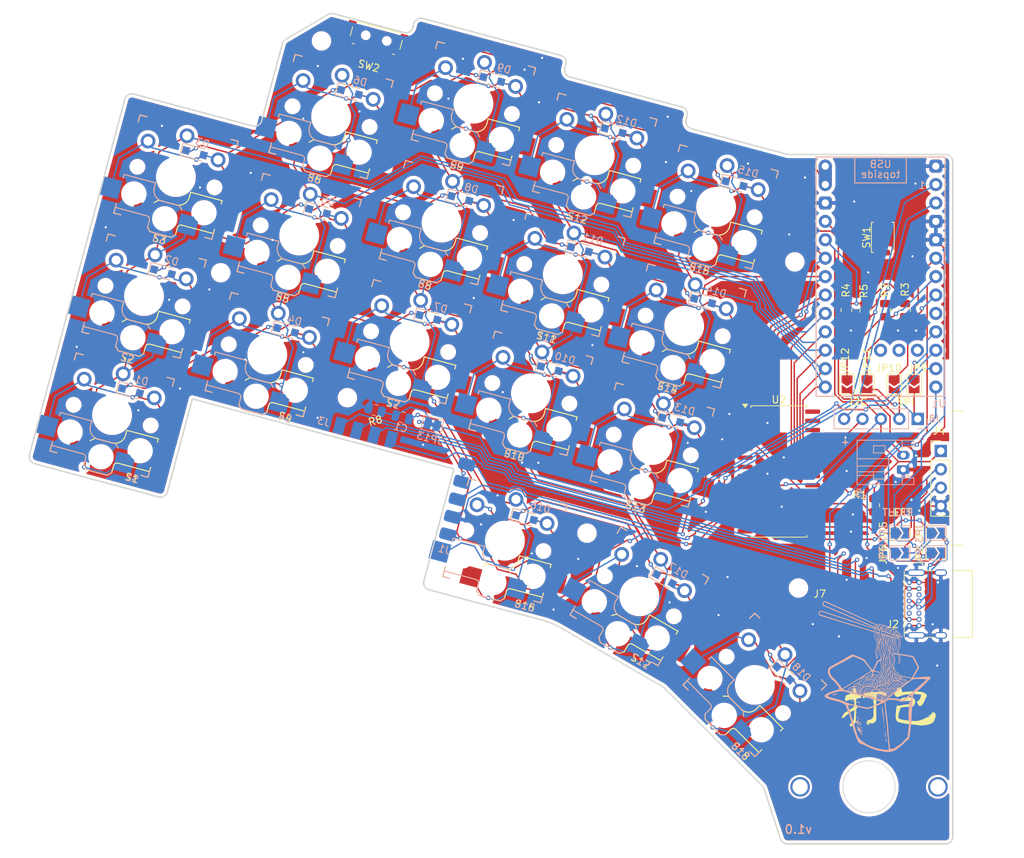
<source format=kicad_pcb>
(kicad_pcb (version 20241229) (generator "pcbnew") (generator_version "9.0")
  (title_block (title "tempest-pcb") (date "2025-10-08") (rev "1.1") (company "justinmklam"))
  (layers (0 "F.Cu" signal) (2 "B.Cu" signal) (13 "F.Paste" user) (15 "B.Paste" user) (5 "F.SilkS" user "F.Silkscreen") (7 "B.SilkS" user "B.Silkscreen") (1 "F.Mask" user) (3 "B.Mask" user) (25 "Edge.Cuts" user))
  (net 0 "")
  (net 1 "Net-(D1-A)")
  (net 2 "/row_top")
  (net 3 "Net-(D2-A)")
  (net 4 "Net-(D3-A)")
  (net 5 "Net-(D4-A)")
  (net 6 "Net-(D5-A)")
  (net 7 "Net-(D6-A)")
  (net 8 "/row_home")
  (net 9 "Net-(D7-A)")
  (net 10 "Net-(D8-A)")
  (net 11 "Net-(D9-A)")
  (net 12 "Net-(D10-A)")
  (net 13 "/row_bottom")
  (net 14 "Net-(D11-A)")
  (net 15 "Net-(D12-A)")
  (net 16 "Net-(D13-A)")
  (net 17 "Net-(D14-A)")
  (net 18 "Net-(D15-A)")
  (net 19 "/row_thumb")
  (net 20 "Net-(D16-A)")
  (net 21 "Net-(D17-A)")
  (net 22 "Net-(D18-A)")
  (net 23 "Net-(JP2-B)")
  (net 24 "Net-(JP1-B)")
  (net 25 "/SCL_Left")
  (net 26 "/SDA_Left")
  (net 27 "Net-(J4-Pin_3)")
  (net 28 "Net-(J4-Pin_2)")
  (net 29 "/SCL_Right")
  (net 30 "/SDA_Right")
  (net 31 "/TP_reset")
  (net 32 "VDD")
  (net 37 "/col_pinky")
  (net 38 "/col_ring")
  (net 39 "/col_middle")
  (net 40 "/col_index")
  (net 41 "/col_inner")
  (net 42 "Net-(J3-Pin_2)")
  (net 44 "/RESET")
  (net 46 "Net-(J3-Pin_3)")
  (net 47 "/BAT+")
  (net 50 "Net-(J3-Pin_1)")
  (net 51 "Net-(J3-Pin_4)")
  (net 53 "Net-(U2-~{RESET})")
  (net 66 "Net-(J8-Pin_1)")
  (net 67 "Net-(J8-Pin_2)")
  (net 68 "/CS")
  (net 69 "/MOSI")
  (net 70 "/SCK")
  (net 71 "Net-(J5-Pin_2)")
  (net 72 "GND")
  (net 74 "/PS2_Data")
  (net 75 "/PS2_CLK")
  (net 76 "Net-(J1-Pin_2)")
  (footprint "MountingHole:MountingHole_2.2mm_M2" (layer "F.Cu") (at 159.472823 116.881733 -15)
    (property "Reference" "REF**" (hide yes))
    (property "Value" "MountingHole_2.2mm_M2")
  )
  (footprint "Resistor_SMD:R_0805_2012Metric" (layer "F.Cu") (at 197.856478 86.176975 90)
    (property "Reference" "R5")
    (property "Value" "4.7k")
  )
  (footprint "Jumper:SolderJumper-2_P1.3mm_Open_TrianglePad1.0x1.5mm" (layer "F.Cu") (at 207.579328 116.866607)
    (property "Reference" "JP1")
    (property "Value" "SolderJumper_2_Open")
  )
  (footprint "Library:takeout-text" (layer "F.Cu") (at 200.772781 140.64984)
    (property "Reference" "G***" (hide yes))
    (property "Value" "LOGO" (hide yes))
  )
  (footprint "MountingHole:MountingHole_2.2mm_M2" (layer "F.Cu") (at 122.857605 48.969097 -15)
    (property "Reference" "REF**" (hide yes))
    (property "Value" "MountingHole_2.2mm_M2")
  )
  (footprint "Connector_USB:USB_C_Receptacle_GCT_USB4085" (layer "F.Cu") (at 203.896285 129.63641 90)
    (property "Reference" "J2")
    (property "Value" "USB_C_Receptacle_USB2.0_16P")
  )
  (footprint "Jumper:SolderJumper-2_P1.3mm_Open_TrianglePad1.0x1.5mm" (layer "F.Cu") (at 195.329328 96.341604 -90)
    (property "Reference" "JP12")
    (property "Value" "SolderJumper_2_Open")
  )
  (footprint "Jumper:SolderJumper-2_P1.3mm_Open_TrianglePad1.0x1.5mm" (layer "F.Cu") (at 202.604329 119.616602)
    (property "Reference" "JP6")
    (property "Value" "SolderJumper_2_Open")
  )
  (footprint "Resistor_SMD:R_0805_2012Metric" (layer "F.Cu") (at 199.079332 113.029104 -90)
    (property "Reference" "R1")
    (property "Value" "10k")
  )
  (footprint "Library:PinMagnetic_1x04_P2.54mm" (layer "F.Cu") (at 208.259923 105.536603)
    (property "Reference" "J4")
    (property "Value" "MagConn_01x04_Pin")
  )
  (footprint "Jumper:SolderJumper-2_P1.3mm_Open_TrianglePad1.0x1.5mm" (layer "F.Cu") (at 201.829328 96.341605 -90)
    (property "Reference" "JP10")
    (property "Value" "SolderJumper_2_Open")
  )
  (footprint "Resistor_SMD:R_0805_2012Metric" (layer "F.Cu") (at 203.329328 86.116604 -90)
    (property "Reference" "R3")
    (property "Value" "4.7k")
  )
  (footprint "Jumper:SolderJumper-2_P1.3mm_Open_TrianglePad1.0x1.5mm" (layer "F.Cu") (at 204.579327 96.341605 -90)
    (property "Reference" "JP9")
    (property "Value" "SolderJumper_2_Open")
  )
  (footprint "MountingHole:MountingHole_2.2mm_M2" (layer "F.Cu") (at 126.43383 98.193838 -15)
    (property "Reference" "REF**" (hide yes))
    (property "Value" "MountingHole_2.2mm_M2")
  )
  (footprint "Resistor_SMD:R_0805_2012Metric" (layer "F.Cu") (at 195.246621 86.118078 90)
    (property "Reference" "R4")
    (property "Value" "4.7k")
  )
  (footprint "Library:TPSensorModule_Connector" (layer "F.Cu") (at 197.712576 125.308071 -90)
    (property "Reference" "J7")
    (property "Value" "Conn_01x04")
  )
  (footprint "Button_Switch_SMD:SW_Push_SPST_NO_Alps_SKRK" (layer "F.Cu") (at 200.256709 76.072577 90)
    (property "Reference" "SW1")
    (property "Value" "SW_RESET")
  )
  (footprint "MountingHole:MountingHole_2.2mm_M2" (layer "F.Cu") (at 188.131873 79.452017 -15)
    (property "Reference" "REF**" (hide yes))
    (property "Value" "MountingHole_2.2mm_M2")
  )
  (footprint "Library:TPSensorModule" (layer "F.Cu") (at 198.357509 151.882017 90)
    (property "Reference" "REF**" (hide yes))
    (property "Value" "TPSensorModule")
    (fp_circle (center 0 0) (end 3.6 0) (stroke (width 0.1)) (fill no) (layer "Edge.Cuts"))
  )
  (footprint "Jumper:SolderJumper-2_P1.3mm_Open_TrianglePad1.0x1.5mm" (layer "F.Cu") (at 202.629329 116.866602)
    (property "Reference" "JP5")
    (property "Value" "SolderJumper_2_Open")
  )
  (footprint "Resistor_SMD:R_0805_2012Metric" (layer "F.Cu") (at 200.579329 86.116604 -90)
    (property "Reference" "R2")
    (property "Value" "4.7k")
  )
  (footprint "Package_SO:SOIC-28W_7.5x17.9mm_P1.27mm" (layer "F.Cu") (at 185.929329 108.371603)
    (property "Reference" "U2")
    (property "Value" "MCP23017_SP")
  )
  (footprint "PCM_marbastlib-various:SW_MSK12C02-HB" (layer "F.Cu") (at 130.413114 48.578256 -15)
    (property "Reference" "SW2")
    (property "Value" "SW_POWER")
  )
  (footprint "MountingHole:MountingHole_2.2mm_M2" (layer "F.Cu") (at 108.966365 80.952018 -15)
    (property "Reference" "REF**" (hide yes))
    (property "Value" "MountingHole_2.2mm_M2")
  )
  (footprint "MountingHole:MountingHole_2.2mm_M2" (layer "F.Cu") (at 188.631872 124.452018 -15)
    (property "Reference" "REF**" (hide yes))
    (property "Value" "MountingHole_2.2mm_M2")
  )
  (footprint "Jumper:SolderJumper-2_P1.3mm_Open_TrianglePad1.0x1.5mm" (layer "F.Cu") (at 207.60433 119.616601)
    (property "Reference" "JP2")
    (property "Value" "SolderJumper_2_Open")
  )
  (footprint "Jumper:SolderJumper-2_P1.3mm_Open_TrianglePad1.0x1.5mm" (layer "F.Cu") (at 198.07933 96.3416 -90)
    (property "Reference" "JP11")
    (property "Value" "SolderJumper_2_Open")
  )
  (footprint "Library:Kailh_socket_PG1350_optional_reversible.kicad_mod" (layer "B.Cu") (at 93.991275 100.597042 -15)
    (property "Reference" "S1")
    (property "Value" "choc_v1_SW_HS")
  )
  (footprint "Library:Kailh_socket_PG1350_optional_reversible.kicad_mod" (layer "B.Cu") (at 166.689473 125.603807 -30)
    (property "Reference" "S17")
    (property "Value" "choc_v1_SW_HS")
  )
  (footprint "Library:D_SOD-323_HandSoldering_Reversable" (layer "B.Cu") (at 175.479672 84.845279 -15)
    (property "Reference" "D14")
    (property "Value" "1N4148")
  )
  (footprint "Library:D_SOD-323_HandSoldering_Reversable" (layer "B.Cu") (at 142.000441 70.698162 -15)
    (property "Reference" "D8")
    (property "Value" "1N4148")
  )
  (footprint "Library:takeout-logo" (layer "B.Cu") (at 199.166677 136.746285 180)
    (property "Reference" "G***" (hide yes))
    (property "Value" "LOGO" (hide yes))
  )
  (footprint "Library:Kailh_socket_PG1350_optional_reversible.kicad_mod" (layer "B.Cu") (at 102.791119 67.755568 -15)
    (property "Reference" "S3")
    (property "Value" "choc_v1_SW_HS")
  )
  (footprint "Library:Kailh_socket_PG1350_optional_reversible.kicad_mod" (layer "B.Cu") (at 124.18069 59.407127 -15)
    (property "Reference" "S6")
    (property "Value" "choc_v1_SW_HS")
  )
  (footprint "Library:D_SOD-323_HandSoldering_Reversable" (layer "B.Cu") (at 154.340131 94.192462 -15)
    (property "Reference" "D10")
    (property "Value" "1N4148")
  )
  (footprint "Connector_PinHeader_2.54mm:PinHeader_1x05_P2.54mm_Vertical" (layer "B.Cu") (at 205.079325 101.116605 90)
    (property "Reference" "J8")
    (property "Value" "Display")
  )
  (footprint "Library:Kailh_socket_PG1350_optional_reversible.kicad_mod" (layer "B.Cu") (at 148.151875 117.925283 -15)
    (property "Reference" "S16")
    (property "Value" "choc_v1_SW_HS")
  )
  (footprint "Library:Kailh_socket_PG1350_optional_reversible.kicad_mod" (layer "B.Cu") (at 168.463794 104.712177 -15)
    (property "Reference" "S13")
    (property "Value" "choc_v1_SW_HS")
  )
  (footprint "Library:Kailh_socket_PG1350_optional_reversible.kicad_mod" (layer "B.Cu") (at 135.010438 90.468465 -15)
    (property "Reference" "S7")
    (property "Value" "choc_v1_SW_HS")
  )
  (footprint "Library:D_SOD-323_HandSoldering_Reversable" (layer "B.Cu") (at 179.814892 68.666022 -15)
    (property "Reference" "D15")
    (property "Value" "1N4148")
  )
  (footprint "Library:D_SOD-323_HandSoldering_Reversable" (layer "B.Cu") (at 150.901492 114.753057 -15)
    (property "Reference" "D16")
    (property "Value" "1N4148")
  )
  (footprint "Jumper:SolderJumper-2_P1.3mm_Bridged_Pad1.0x1.5mm" (layer "B.Cu") (at 138.137577 101.900291 -15)
    (property "Reference" "JP13")
    (property "Value" "SolderJumper_2_Bridged")
  )
  (footprint "Library:Kailh_socket_PG1350_optional_reversible.kicad_mod" (layer "B.Cu") (at 151.737114 97.590323 -15)
    (property "Reference" "S10")
    (property "Value" "choc_v1_SW_HS")
  )
  (footprint "Library:Kailh_socket_PG1350_optional_reversible.kicad_mod" (layer "B.Cu") (at 182.608067 137.818581 -45)
    (property "Reference" "S18")
    (property "Value" "choc_v1_SW_HS")
  )
  (footprint "Library:Kailh_socket_PG1350_optional_reversible.kicad_mod" (layer "B.Cu") (at 160.536961 64.748841 -15)
    (property "Reference" "S12")
    (property "Value" "choc_v1_SW_HS")
  )
  (footprint "Library:D_SOD-323_HandSoldering_Reversable" (layer "B.Cu") (at 117.970917 88.899046 -15)
    (property "Reference" "D4")
    (property "Value" "1N4148")
  )
  (footprint "Library:D_SOD-323_HandSoldering_Reversable" (layer "B.Cu") (at 186.562103 136.213969 -45)
    (property "Reference" "D18")
    (property "Value" "1N4148")
  )
  (footprint "Library:Kailh_socket_PG1350_optional_reversible.kicad_mod" (layer "B.Cu") (at 139.410358 74.047728 -15)
    (property "Reference" "S8")
    (property "Value" "choc_v1_SW_HS")
  )
  (footprint "Library:Kailh_socket_PG1350_optional_reversible.kicad_mod" (layer "B.Cu") (at 172.863715 88.291431 -15)
    (property "Reference" "S14")
    (property "Value" "choc_v1_SW_HS")
  )
  (footprint "Library:D_SOD-323_HandSoldering_Reversable" (layer "B.Cu") (at 100.981271 80.826745 -15)
    (property "Reference" "D2")
    (property "Value" "1N4148")
  )
  (footprint "Library:D_SOD-323_HandSoldering_Reversable" (layer "B.Cu") (at 163.139982 61.350983 -15)
    (property "Reference" "D12")
    (property "Value" "1N4148")
  )
  (footprint "Library:D_SOD-323_HandSoldering_Reversable" (layer "B.Cu") (at 137.600518 87.1189 -15)
    (property "Reference" "D7")
    (property "Value" "1N4148")
  )
  (footprint "PCM_marbastlib-xp-promicroish:nice_nano_AH_USBup" (layer "B.Cu") (at 199.949329 82.756603 180)
    (property "Reference" "U1")
    (property "Value" "nice_nano")
  )
  (footprint "Connector_JST:JST_PH_S2B-PH-K_1x02_P2.00mm_Horizontal" (layer "B.Cu") (at 203.079329 108.116603 90)
    (property "Reference" "J5")
    (property "Value" "Conn_Battery")
  )
  (footprint "Jumper:SolderJumper-2_P1.3mm_Open_TrianglePad1.0x1.5mm" (layer "B.Cu") (at 202.604329 119.616602)
    (property "Reference" "JP8")
    (property "Value" "SolderJumper_2_Open")
  )
  (footprint "Library:Kailh_socket_PG1350_optional_reversible.kicad_mod" (layer "B.Cu") (at 119.780766 75.827868 -15)
    (property "Reference" "S5")
    (property "Value" "choc_v1_SW_HS")
  )
  (footprint "Library:Kailh_socket_PG1350_optional_reversible.kicad_mod" (layer "B.Cu") (at 156.137038 81.169583 -15)
    (property "Reference" "S11")
    (property "Value" "choc_v1_SW_HS")
  )
  (footprint "Jumper:SolderJumper-2_P1.3mm_Open_TrianglePad1.0x1.5mm" (layer "B.Cu") (at 202.579328 116.866603)
    (property "Reference" "JP7")
    (property "Value" "SolderJumper_2_Open")
  )
  (footprint "Library:TPModule" (layer "B.Cu") (at 141.593482 112.22992 165)
    (property "Reference" "J1")
    (property "Value" "Conn_01x05")
  )
  (footprint "Library:D_SOD-323_HandSoldering_Reversable" (layer "B.Cu") (at 170.163457 123.202818 -30)
    (property "Reference" "D17")
    (property "Value" "1N4148")
  )
  (footprint "Library:D_SOD-323_HandSoldering_Reversable" (layer "B.Cu") (at 158.488416 77.731804 -15)
    (property "Reference" "D11")
    (property "Value" "1N4148")
  )
  (footprint "Library:TPSensorModule_Connector" (layer "B.Cu") (at 128.922352 103.016312 75)
    (property "Reference" "J3")
    (property "Value" "Conn_01x04")
  )
  (footprint "Capacitor_SMD:C_0805_2012Metric" (layer "B.Cu") (at 134.006505 100.896902 165)
    (property "Reference" "C1")
    (property "Value" "2.2uF")
  )
  (footprint "Jumper:SolderJumper-2_P1.3mm_Open_TrianglePad1.0x1.5mm" (layer "B.Cu") (at 207.554327 119.616603)
    (property "Reference" "JP4")
    (property "Value" "SolderJumper_2_Open")
  )
  (footprint "Library:Kailh_socket_PG1350_optional_reversible.kicad_mod" (layer "B.Cu") (at 177.263638 71.870691 -15)
    (property "Reference" "S15")
    (property "Value" "choc_v1_SW_HS")
  )
  (footprint "Library:D_SOD-323_HandSoldering_Reversable" (layer "B.Cu") (at 96.581353 97.247482 -15)
    (property "Reference" "D1")
    (property "Value" "1N4148")
  )
  (footprint "Library:D_SOD-323_HandSoldering_Reversable" (layer "B.Cu") (at 105.381196 64.406005 -15)
    (property "Reference" "D3")
    (property "Value" "1N4148")
  )
  (footprint "Library:Kailh_socket_PG1350_optional_reversible.kicad_mod" (layer "B.Cu") (at 143.810289 57.626987 -15)
    (property "Reference" "S9")
    (property "Value" "choc_v1_SW_HS")
  )
  (footprint "Library:Kailh_socket_PG1350_optional_reversible.kicad_mod" (layer "B.Cu") (at 115.380845 92.248612 -15)
    (property "Reference" "S4")
    (property "Value" "choc_v1_SW_HS")
  )
  (footprint "Library:D_SOD-323_HandSoldering_Reversable" (layer "B.Cu") (at 146.400365 54.277422 -15)
    (property "Reference" "D9")
    (property "Value" "1N4148")
  )
  (footprint "Resistor_SMD:R_0805_2012Metric" (layer "B.Cu") (at 130.256508 99.8969 -15)
    (property "Reference" "R8")
    (property "Value" "100k")
  )
  (footprint "Library:D_SOD-323_HandSoldering_Reversable" (layer "B.Cu") (at 171.079751 101.266012 -15)
    (property "Reference" "D13")
    (property "Value" "1N4148")
  )
  (footprint "Jumper:SolderJumper-2_P1.3mm_Open_TrianglePad1.0x1.5mm" (layer "B.Cu") (at 207.554328 116.866604)
    (property "Reference" "JP3")
    (property "Value" "SolderJumper_2_Open")
  )
  (footprint "Library:Kailh_socket_PG1350_optional_reversible.kicad_mod" (layer "B.Cu") (at 98.3912 84.17631 -15)
    (property "Reference" "S2")
    (property "Value" "choc_v1_SW_HS")
  )
  (footprint "Library:D_SOD-323_HandSoldering_Reversable" (layer "B.Cu") (at 122.370844 72.478303 -15)
    (property "Reference" "D5")
    (property "Value" "1N4148")
  )
  (footprint "Library:D_SOD-323_HandSoldering_Reversable" (layer "B.Cu") (at 126.770767 56.057568 -15)
    (property "Reference" "D6")
    (property "Value" "1N4148")
  )
  (gr_line (start 123.763559 45.318317) (end 117.916485 48.763321) (stroke (width 0.2)) (layer "Edge.Cuts"))
  (gr_arc (start 114.608842 60.000002) (mid 114.142908 60.607163) (end 113.384098 60.70711) (stroke (width 0.2)) (layer "Edge.Cuts"))
  (gr_arc (start 169.903146 138.054187) (mid 170.011915 138.126863) (end 170.110263 138.213119) (stroke (width 0.2)) (layer "Edge.Cuts"))
  (gr_line (start 208.909329 64.641061) (end 187.312116 64.641064) (stroke (width 0.2)) (layer "Edge.Cuts"))
  (gr_line (start 155.774081 129.896769) (end 169.903146 138.054187) (stroke (width 0.2)) (layer "Edge.Cuts"))
  (gr_line (start 134.231572 47.813493) (end 124.530005 45.21397) (stroke (width 0.2)) (layer "Edge.Cuts"))
  (gr_line (start 172.578828 58.088611) (end 157.124012 53.947507) (stroke (width 0.2)) (layer "Edge.Cuts"))
  (gr_line (start 155.852149 50.966755) (end 136.823413 45.868022) (stroke (width 0.2)) (layer "Edge.Cuts"))
  (gr_arc (start 155.852149 50.966755) (mid 156.459339 51.43268) (end 156.559256 52.191502) (stroke (width 0.2)) (layer "Edge.Cuts"))
  (gr_line (start 209.909327 158.753393) (end 209.909327 65.64106) (stroke (width 0.2)) (layer "Edge.Cuts"))
  (gr_line (start 183.879423 152.13427) (end 186.157247 159.065594) (stroke (width 0.2)) (layer "Edge.Cuts"))
  (gr_line (start 141.113385 108.020342) (end 136.973367 123.471098) (stroke (width 0.2)) (layer "Edge.Cuts"))
  (gr_arc (start 208.909329 64.641061) (mid 209.616436 64.93395) (end 209.909327 65.64106) (stroke (width 0.2)) (layer "Edge.Cuts"))
  (gr_arc (start 187.312116 64.641064) (mid 187.18159 64.632504) (end 187.053297 64.606986) (stroke (width 0.2)) (layer "Edge.Cuts"))
  (gr_arc (start 135.598663 46.575132) (mid 136.064589 45.967939) (end 136.823413 45.868022) (stroke (width 0.2)) (layer "Edge.Cuts"))
  (gr_line (start 173.143584 59.844617) (end 173.285932 59.313353) (stroke (width 0.2)) (layer "Edge.Cuts"))
  (gr_line (start 83.297712 107.308072) (end 100.394602 111.889166) (stroke (width 0.2)) (layer "Edge.Cuts"))
  (gr_arc (start 172.578828 58.088611) (mid 173.186054 58.55453) (end 173.285932 59.313353) (stroke (width 0.2)) (layer "Edge.Cuts"))
  (gr_line (start 170.110263 138.213119) (end 183.636517 151.739368) (stroke (width 0.2)) (layer "Edge.Cuts"))
  (gr_arc (start 135.456315 47.106384) (mid 134.990386 47.713595) (end 134.231572 47.813493) (stroke (width 0.2)) (layer "Edge.Cuts"))
  (gr_arc (start 157.124012 53.947507) (mid 156.51679 53.481577) (end 156.416906 52.722758) (stroke (width 0.2)) (layer "Edge.Cuts"))
  (gr_line (start 187.053297 64.606986) (end 173.850689 61.069358) (stroke (width 0.2)) (layer "Edge.Cuts"))
  (gr_line (start 95.73861 57.014297) (end 82.590605 106.083326) (stroke (width 0.2)) (layer "Edge.Cuts"))
  (gr_line (start 156.416906 52.722758) (end 156.559256 52.191502) (stroke (width 0.2)) (layer "Edge.Cuts"))
  (gr_arc (start 137.680472 124.695838) (mid 137.073252 124.229922) (end 136.973367 123.471098) (stroke (width 0.2)) (layer "Edge.Cuts"))
  (gr_line (start 117.458196 49.366073) (end 114.608842 60.000002) (stroke (width 0.2)) (layer "Edge.Cuts"))
  (gr_arc (start 153.362268 128.897761) (mid 154.600913 129.318228) (end 155.774081 129.896769) (stroke (width 0.2)) (layer "Edge.Cuts"))
  (gr_arc (start 83.297712 107.308072) (mid 82.690508 106.842143) (end 82.590605 106.083326) (stroke (width 0.2)) (layer "Edge.Cuts"))
  (gr_arc (start 95.73861 57.014297) (mid 96.204541 56.407096) (end 96.96336 56.307187) (stroke (width 0.2)) (layer "Edge.Cuts"))
  (gr_arc (start 101.619342 111.18206) (mid 101.153417 111.789246) (end 100.394602 111.889166) (stroke (width 0.2)) (layer "Edge.Cuts"))
  (gr_arc (start 117.458196 49.366073) (mid 117.628093 49.019652) (end 117.916485 48.763321) (stroke (width 0.2)) (layer "Edge.Cuts"))
  (gr_arc (start 183.636517 151.739368) (mid 183.781171 151.922548) (end 183.879423 152.13427) (stroke (width 0.2)) (layer "Edge.Cuts"))
  (gr_line (start 105.055371 98.358629) (end 141.113385 108.020342) (stroke (width 0.2)) (layer "Edge.Cuts"))
  (gr_line (start 187.107258 159.753393) (end 208.909327 159.753389) (stroke (width 0.2)) (layer "Edge.Cuts"))
  (gr_line (start 101.619342 111.18206) (end 105.055371 98.358629) (stroke (width 0.2)) (layer "Edge.Cuts"))
  (gr_arc (start 209.909327 158.753393) (mid 209.616447 159.46052) (end 208.909327 159.753389) (stroke (width 0.2)) (layer "Edge.Cuts"))
  (gr_line (start 135.598663 46.575132) (end 135.456315 47.106384) (stroke (width 0.2)) (layer "Edge.Cuts"))
  (gr_line (start 113.384098 60.70711) (end 96.96336 56.307187) (stroke (width 0.2)) (layer "Edge.Cuts"))
  (gr_arc (start 187.107258 159.753393) (mid 186.520832 159.563395) (end 186.157247 159.065594) (stroke (width 0.2)) (layer "Edge.Cuts"))
  (gr_arc (start 173.850689 61.069358) (mid 173.243508 60.603427) (end 173.143584 59.844617) (stroke (width 0.2)) (layer "Edge.Cuts"))
  (gr_arc (start 123.763559 45.318317) (mid 124.136284 45.189055) (end 124.530005 45.21397) (stroke (width 0.2)) (layer "Edge.Cuts"))
  (gr_line (start 137.680472 124.695838) (end 153.362268 128.897761) (stroke (width 0.2)) (layer "Edge.Cuts"))
  (gr_text "LEFT" (at 200.829332 114.616606 0) (layer "F.SilkS") (effects (font (size 1 1) (thickness 0.175) (bold yes)) (justify left bottom)))
  (gr_text "SPI" (at 202.075757 99.366605 0) (layer "F.SilkS") (effects (font (size 1 1) (thickness 0.175) (bold yes)) (justify left bottom)))
  (gr_text "I2C" (at 195.575754 99.366605 0) (layer "F.SilkS") (effects (font (size 1 1) (thickness 0.175) (bold yes)) (justify left bottom)))
  (gr_text "v1.0" (at 190.631872 158.452018 0) (layer "B.SilkS") (effects (font (size 1.2 1.2) (thickness 0.2)) (justify left bottom mirror)))
  (gr_text "+" (at 195.829329 104.866606 0) (layer "B.SilkS") (effects (font (size 1 1) (thickness 0.175) (bold yes)) (justify left bottom mirror)))
  (gr_text "RIGHT" (at 204.579329 114.616608 0) (layer "B.SilkS") (effects (font (size 1 1) (thickness 0.175) (bold yes)) (justify left bottom mirror)))
  (segment (start 97.788758 97.571004) (end 96.80774 98.137394) (width 0.2) (layer "F.Cu") (net 1))
  (segment (start 102.12019 102.231667) (end 99.804416 98.220622) (width 0.2) (layer "F.Cu") (net 1))
  (segment (start 97.649092 98.134388) (end 99.223225 98.556178) (width 0.2) (layer "F.Cu") (net 1))
  (segment (start 99.223225 98.556178) (end 99.804416 98.220622) (width 0.2) (layer "F.Cu") (net 1))
  (segment (start 101.013736 106.360999) (end 102.12019 102.231667) (width 0.2) (layer "F.Cu") (net 1))
  (via (at 96.80774 98.137394) (size 0.6) (drill 0.3) (layers "F.Cu" "B.Cu") (net 1))
  (segment (start 96.80774 98.137394) (end 97.788758 97.571004) (width 0.2) (layer "B.Cu") (net 1))
  (segment (start 86.134119 97.948211) (end 90.145154 95.632434) (width 0.2) (layer "B.Cu") (net 1))
  (segment (start 85.027667 102.077538) (end 86.134119 97.948211) (width 0.2) (layer "B.Cu") (net 1))
  (segment (start 90.636744 96.483883) (end 96.80774 98.137394) (width 0.2) (layer "B.Cu") (net 1))
  (segment (start 90.145154 95.632434) (end 90.636744 96.483883) (width 0.2) (layer "B.Cu") (net 1))
  (segment (start 124.88721 55.552871) (end 125.563361 55.734041) (width 0.2) (layer "F.Cu") (net 2))
  (segment (start 161.196201 60.180815) (end 161.489071 60.259287) (width 0.2) (layer "F.Cu") (net 2))
  (segment (start 181.319594 99.966329) (end 182.549795 99.256074) (width 0.2) (layer "F.Cu") (net 2))
  (segment (start 179.822333 67.127649) (end 184.397903 67.127646) (width 0.2) (layer "F.Cu") (net 2))
  (segment (start 184.397903 67.127646) (end 189.636764 72.366506) (width 0.2) (layer "F.Cu") (net 2))
  (segment (start 161.932574 61.027458) (end 163.354756 60.20636) (width 0.2) (layer "F.Cu") (net 2))
  (segment (start 185.330783 88.877282) (end 188.97206 86.774996) (width 0.2) (layer "F.Cu") (net 2))
  (segment (start 177.522121 67.452538) (end 177.931337 68.16132) (width 0.2) (layer "F.Cu") (net 2))
  (segment (start 147.030073 52.893239) (end 152.576897 54.379503) (width 0.2) (layer "F.Cu") (net 2))
  (segment (start 182.549795 99.256074) (end 185.330783 88.877282) (width 0.2) (layer "F.Cu") (net 2))
  (segment (start 104.17379 64.082478) (end 104.744887 64.235506) (width 0.2) (layer "F.Cu") (net 2))
  (segment (start 178.607483 68.342495) (end 179.822333 67.127649) (width 0.2) (layer "F.Cu") (net 2))
  (segment (start 142.698867 53.285612) (end 144.169097 53.67956) (width 0.2) (layer "F.Cu") (net 2))
  (segment (start 125.56336 55.734041) (end 128.579027 53.992947) (width 0.2) (layer "F.Cu") (net 2))
  (segment (start 121.672521 57.752324) (end 121.781391 57.346012) (width 0.2) (layer "F.Cu") (net 2))
  (segment (start 163.354756 60.20636) (end 175.165697 63.371092) (width 0.2) (layer "F.Cu") (net 2))
  (segment (start 110.055256 64.404485) (end 118.972746 59.255967) (width 0.2) (layer "F.Cu") (net 2))
  (segment (start 177.931337 68.16132) (end 178.607483 68.342495) (width 0.2) (layer "F.Cu") (net 2))
  (segment (start 160.818602 59.5268) (end 161.196201 60.180815) (width 0.2) (layer "F.Cu") (net 2))
  (segment (start 119.037898 59.273421) (end 121.672521 57.752324) (width 0.2) (layer "F.Cu") (net 2))
  (segment (start 135.454418 55.835203) (end 137.903909 54.420988) (width 0.2) (layer "F.Cu") (net 2))
  (segment (start 189.636763 76.254034) (end 192.32933 78.946601) (width 0.2) (layer "F.Cu") (net 2))
  (segment (start 144.169097 53.67956) (end 145.192955 53.953902) (width 0.2) (layer "F.Cu") (net 2))
  (segment (start 175.165697 63.371092) (end 177.522121 67.452538) (width 0.2) (layer "F.Cu") (net 2))
  (segment (start 161.489071 60.259287) (end 161.932574 61.027458) (width 0.2) (layer "F.Cu") (net 2))
  (segment (start 128.579027 53.992947) (end 135.454418 55.835203) (width 0.2) (layer "F.Cu") (net 2))
  (segment (start 152.576897 54.379503) (end 154.584226 57.8563) (width 0.2) (layer "F.Cu") (net 2))
  (segment (start 137.903909 54.420988) (end 139.835761 54.938625) (width 0.2) (layer "F.Cu") (net 2))
  (segment (start 154.584226 57.8563) (end 160.001856 59.307951) (width 0.2) (layer "F.Cu") (net 2))
  (segment (start 145.192955 53.953902) (end 147.030073 52.893239) (width 0.2) (layer "F.Cu") (net 2))
  (segment (start 192.329331 78.570215) (end 192.32933 78.946601) (width 0.2) (layer "F.Cu") (net 2))
  (segment (start 189.636764 72.366506) (end 189.636763 76.254034) (width 0.2) (layer "F.Cu") (net 2))
  (segment (start 118.972746 59.255967) (end 119.037898 59.273421) (width 0.2) (layer "F.Cu") (net 2))
  (segment (start 104.744887 64.235506) (end 105.546334 63.772786) (width 0.2) (layer "F.Cu") (net 2))
  (segment (start 160.001856 59.307951) (end 160.818602 59.5268) (width 0.2) (layer "F.Cu") (net 2))
  (segment (start 139.886018 54.90961) (end 142.698867 53.285612) (width 0.2) (layer "F.Cu") (net 2))
  (segment (start 106.228306 63.379051) (end 110.055256 64.404485) (width 0.2) (layer "F.Cu") (net 2))
  (segment (start 121.781391 57.346012) (end 124.88721 55.552871) (width 0.2) (layer "F.Cu") (net 2))
  (segment (start 105.546334 63.772786) (end 106.228306 63.379051) (width 0.2) (layer "F.Cu") (net 2))
  (via (at 124.434402 55.793886) (size 0.6) (drill 0.3) (layers "F.Cu" "B.Cu") (net 2))
  (via (at 144.169097 53.67956) (size 0.6) (drill 0.3) (layers "F.Cu" "B.Cu") (net 2))
  (via (at 160.001856 59.307951) (size 0.6) (drill 0.3) (layers "F.Cu" "B.Cu") (net 2))
  (via (at 188.97206 86.774996) (size 0.6) (drill 0.3) (layers "F.Cu" "B.Cu") (net 2))
  (via (at 105.546334 63.772786) (size 0.6) (drill 0.3) (layers "F.Cu" "B.Cu") (net 2))
  (via (at 177.522121 67.452538) (size 0.6) (drill 0.3) (layers "F.Cu" "B.Cu") (net 2))
  (segment (start 104.17379 64.082478) (end 104.744887 64.235506) (width 0.2) (layer "B.Cu") (net 2))
  (segment (start 190.839132 79.806966) (end 192.329332 78.946605) (width 0.2) (layer "B.Cu") (net 2))
  (segment (start 104.744887 64.235506) (end 105.546334 63.772786) (width 0.2) (layer "B.Cu") (net 2))
  (segment (start 177.931334 68.161324) (end 177.522121 67.452538) (width 0.2) (layer "B.Cu") (net 2))
  (segment (start 145.192957 53.953901) (end 144.169097 53.67956) (width 0.2) (layer "B.Cu") (net 2))
  (segment (start 160.822954 60.730136) (end 160.001856 59.307951) (width 0.2) (layer "B.Cu") (net 2))
  (segment (start 125.563361 55.734041) (end 124.863065 55.546394) (width 0.2) (layer "B.Cu") (net 2))
  (segment (start 161.932572 61.02746) (end 160.822954 60.730136) (width 0.2) (layer "B.Cu") (net 2))
  (segment (start 124.863065 55.546394) (end 124.434402 55.793886) (width 0.2) (layer "B.Cu") (net 2))
  (segment (start 188.97206 86.774996) (end 190.839132 79.806966) (width 0.2) (layer "B.Cu") (net 2))
  (segment (start 178.607483 68.342495) (end 177.931334 68.161324) (width 0.2) (layer "B.Cu") (net 2))
  (segment (start 106.520118 85.81092) (end 105.413666 89.940256) (width 0.2) (layer "F.Cu") (net 3))
  (segment (start 104.204344 81.799887) (end 106.520118 85.81092) (width 0.2) (layer "F.Cu") (net 3))
  (segment (start 102.18868 81.150266) (end 101.147647 81.75131) (width 0.2) (layer "F.Cu") (net 3))
  (segment (start 101.147647 81.75131) (end 100.519796 81.58308) (width 0.2) (layer "F.Cu") (net 3))
  (via (at 100.519796 81.58308) (size 0.6) (drill 0.3) (layers "F.Cu" "B.Cu") (net 3))
  (segment (start 100.519796 81.58308) (end 101.147647 81.75131) (width 0.2) (layer "B.Cu") (net 3))
  (segment (start 95.07132 80.123165) (end 94.545084 79.21169) (width 0.2) (layer "B.Cu") (net 3))
  (segment (start 89.427589 85.656802) (end 90.534046 81.527468) (width 0.2) (layer "B.Cu") (net 3))
  (segment (start 90.534046 81.527468) (end 94.545084 79.21169) (width 0.2) (layer "B.Cu") (net 3))
  (segment (start 89.427589 85.656802) (end 89.354005 85.931436) (width 0.2) (layer "B.Cu") (net 3))
  (segment (start 102.18868 81.150266) (end 102.599041 81.861026) (width 0.2) (layer "B.Cu") (net 3))
  (segment (start 101.147647 81.75131) (end 102.18868 81.150266) (width 0.2) (layer "B.Cu") (net 3))
  (segment (start 103.62315 82.135438) (end 104.204344 81.799887) (width 0.2) (layer "B.Cu") (net 3))
  (segment (start 102.599041 81.861026) (end 103.62315 82.135438) (width 0.2) (layer "B.Cu") (net 3))
  (segment (start 100.519796 81.58308) (end 95.07132 80.123165) (width 0.2) (layer "B.Cu") (net 3))
  (segment (start 89.354005 85.931436) (end 89.467065 86.127255) (width 0.2) (layer "B.Cu") (net 3))
  (segment (start 110.920037 69.390187) (end 109.813587 73.519519) (width 0.2) (layer "F.Cu") (net 4))
  (segment (start 106.588603 64.72953) (end 105.620941 65.288209) (width 0.2) (layer "F.Cu") (net 4))
  (segment (start 105.620941 65.288209) (end 105.605437 65.346077) (width 0.2) (layer "F.Cu") (net 4))
  (segment (start 108.604264 65.379146) (end 110.920037 69.390187) (width 0.2) (layer "F.Cu") (net 4))
  (via (at 105.605437 65.346077) (size 0.6) (drill 0.3) (layers "F.Cu" "B.Cu") (net 4))
  (segment (start 105.605437 65.346077) (end 105.620941 65.288209) (width 0.2) (layer "B.Cu") (net 4))
  (segment (start 106.588603 64.72953) (end 108.529456 65.24958) (width 0.2) (layer "B.Cu") (net 4))
  (segment (start 108.529456 65.24958) (end 108.604264 65.379146) (width 0.2) (layer "B.Cu") (net 4))
  (segment (start 99.471239 63.702425) (end 98.945002 62.790958) (width 0.2) (layer "B.Cu") (net 4))
  (segment (start 94.933963 65.106731) (end 98.945002 62.790958) (width 0.2) (layer "B.Cu") (net 4))
  (segment (start 105.620941 65.288209) (end 106.588603 64.72953) (width 0.2) (layer "B.Cu") (net 4))
  (segment (start 93.827512 69.236062) (end 94.933963 65.106731) (width 0.2) (layer "B.Cu") (net 4))
  (segment (start 105.605437 65.346077) (end 99.471239 63.702425) (width 0.2) (layer "B.Cu") (net 4))
  (segment (start 123.509759 93.883224) (end 122.403308 98.012555) (width 0.2) (layer "F.Cu") (net 5))
  (segment (start 121.119178 89.742613) (end 121.193983 89.87219) (width 0.2) (layer "F.Cu") (net 5))
  (segment (start 121.193983 89.87219) (end 123.509759 93.883224) (width 0.2) (layer "F.Cu") (net 5))
  (segment (start 117.992369 89.907279) (end 119.178326 89.22257) (width 0.2) (layer "F.Cu") (net 5))
  (segment (start 119.178326 89.22257) (end 121.119178 89.742613) (width 0.2) (layer "F.Cu") (net 5))
  (segment (start 117.443407 89.760184) (end 117.992369 89.907279) (width 0.2) (layer "F.Cu") (net 5))
  (via (at 117.443407 89.760184) (size 0.6) (drill 0.3) (layers "F.Cu" "B.Cu") (net 5))
  (segment (start 119.178326 89.22257) (end 119.58868 89.933324) (width 0.2) (layer "B.Cu") (net 5))
  (segment (start 106.417237 93.729104) (end 107.523685 89.599772) (width 0.2) (layer "B.Cu") (net 5))
  (segment (start 112.144631 88.340385) (end 117.443407 89.760184) (width 0.2) (layer "B.Cu") (net 5))
  (segment (start 120.612795 90.207739) (end 121.193983 89.87219) (width 0.2) (layer "B.Cu") (net 5))
  (segment (start 119.58868 89.933324) (end 120.612795 90.207739) (width 0.2) (layer "B.Cu") (net 5))
  (segment (start 111.534728 87.283993) (end 112.144631 88.340385) (width 0.2) (layer "B.Cu") (net 5))
  (segment (start 107.523685 89.599772) (end 111.534728 87.283993) (width 0.2) (layer "B.Cu") (net 5))
  (segment (start 123.988604 73.512588) (end 125.012717 73.786997) (width 0.2) (layer "F.Cu") (net 6))
  (segment (start 125.593904 73.451446) (end 127.909681 77.462488) (width 0.2) (layer "F.Cu") (net 6))
  (segment (start 123.578252 72.801827) (end 123.988604 73.512588) (width 0.2) (layer "F.Cu") (net 6))
  (segment (start 125.012717 73.786997) (end 125.593904 73.451446) (width 0.2) (layer "F.Cu") (net 6))
  (segment (start 121.883484 73.331231) (end 122.414743 73.473581) (width 0.2) (layer "F.Cu") (net 6))
  (segment (start 127.909681 77.462488) (end 126.803229 81.591815) (width 0.2) (layer "F.Cu") (net 6))
  (segment (start 122.414743 73.473581) (end 123.578252 72.801827) (width 0.2) (layer "F.Cu") (net 6))
  (via (at 121.883484 73.331231) (size 0.6) (drill 0.3) (layers "F.Cu" "B.Cu") (net 6))
  (segment (start 125.593904 73.451446) (end 124.019777 73.029657) (width 0.2) (layer "B.Cu") (net 6))
  (segment (start 110.817157 77.308358) (end 111.923609 73.179025) (width 0.2) (layer "B.Cu") (net 6))
  (segment (start 115.934648 70.863258) (end 116.531596 71.897197) (width 0.2) (layer "B.Cu") (net 6))
  (segment (start 116.531596 71.897197) (end 121.883484 73.331231) (width 0.2) (layer "B.Cu") (net 6))
  (segment (start 111.923609 73.179025) (end 115.934648 70.863258) (width 0.2) (layer "B.Cu") (net 6))
  (segment (start 129.919025 56.901137) (end 129.993831 57.030707) (width 0.2) (layer "F.Cu") (net 7))
  (segment (start 131.203153 65.171077) (end 132.309604 61.041748) (width 0.2) (layer "F.Cu") (net 7))
  (segment (start 126.814661 57.052839) (end 127.978172 56.381088) (width 0.2) (layer "F.Cu") (net 7))
  (segment (start 126.283408 56.910491) (end 126.814661 57.052839) (width 0.2) (layer "F.Cu") (net 7))
  (segment (start 132.309604 61.041748) (end 129.993831 57.030707) (width 0.2) (layer "F.Cu") (net 7))
  (segment (start 127.978172 56.381088) (end 129.919025 56.901137) (width 0.2) (layer "F.Cu") (net 7))
  (via (at 126.283408 56.910491) (size 0.6) (drill 0.3) (layers "F.Cu" "B.Cu") (net 7))
  (segment (start 120.334571 54.442519) (end 120.931518 55.476459) (width 0.2) (layer "B.Cu") (net 7))
  (segment (start 120.334571 54.442519) (end 116.32353 56.758291) (width 0.2) (layer "B.Cu") (net 7))
  (segment (start 120.931518 55.476459) (end 126.283408 56.910491) (width 0.2) (layer "B.Cu") (net 7))
  (segment (start 127.978172 56.381088) (end 129.919025 56.901137) (width 0.2) (layer "B.Cu") (net 7))
  (segment (start 129.919025 56.901137) (end 129.993831 57.030707) (width 0.2) (layer "B.Cu") (net 7))
  (segment (start 116.32353 56.758291) (end 115.217082 60.887621) (width 0.2) (layer "B.Cu") (net 7))
  (segment (start 120.033675 71.541479) (end 119.792191 71.476778) (width 0.2) (layer "F.Cu") (net 8))
  (segment (start 136.668617 71.939374) (end 139.520918 70.292597) (width 0.2) (layer "F.Cu") (net 8))
  (segment (start 121.163437 72.154781) (end 121.734532 72.307807) (width 0.2) (layer "F.Cu") (net 8))
  (segment (start 142.323964 69.490755) (end 140.793031 70.374642) (width 0.2) (layer "F.Cu") (net 8))
  (segment (start 153.998602 76.528758) (end 151.328168 71.903423) (width 0.2) (layer "F.Cu") (net 8))
  (segment (start 182.723945 100.924362) (end 181.719182 101.504464) (width 0.2) (layer "F.Cu") (net 8))
  (segment (start 189.475194 87.219354) (end 185.832693 89.322356) (width 0.2) (layer "F.Cu") (net 8))
  (segment (start 114.572822 75.6767) (end 112.391073 76.93634) (width 0.2) (layer "F.Cu") (net 8))
  (segment (start 185.832693 89.322356) (end 182.723945 100.924362) (width 0.2) (layer "F.Cu") (net 8))
  (segment (start 172.839909 82.987542) (end 173.294013 83.774083) (width 0.2) (layer "F.Cu") (net 8))
  (segment (start 99.773868 80.503222) (end 100.344959 80.656242) (width 0.2) (layer "F.Cu") (net 8))
  (segment (start 112.391073 76.93634) (end 108.564122 75.910912) (width 0.2) (layer "F.Cu") (net 8))
  (segment (start 117.272595 74.173064) (end 114.637975 75.69416) (width 0.2) (layer "F.Cu") (net 8))
  (segment (start 117.666166 72.704239) (end 117.272595 74.173064) (width 0.2) (layer "F.Cu") (net 8))
  (segment (start 119.792191 71.476778) (end 117.666166 72.704239) (width 0.2) (layer "F.Cu") (net 8))
  (segment (start 163.530476 77.853138) (end 165.333596 80.97624) (width 0.2) (layer "F.Cu") (net 8))
  (segment (start 175.413858 83.862653) (end 174.272264 84.521751) (width 0.2) (layer "F.Cu") (net 8))
  (segment (start 140.793033 70.374641) (end 139.827103 70.115821) (width 0.2) (layer "F.Cu") (net 8))
  (segment (start 126.904303 69.323039) (end 136.668617 71.939374) (width 0.2) (layer "F.Cu") (net 8))
  (segment (start 157.281006 77.408279) (end 153.998602 76.528758) (width 0.2) (layer "F.Cu") (net 8))
  (segment (start 189.719713 86.306802) (end 189.475194 87.219354) (width 0.2) (layer "F.Cu") (net 8))
  (segment (start 100.344959 80.656242) (end 101.14641 80.193527) (width 0.2) (layer "F.Cu") (net 8))
  (segment (start 114.637975 75.69416) (end 114.572822 75.6767) (width 0.2) (layer "F.Cu") (net 8))
  (segment (start 165.333596 80.97624) (end 172.839909 82.987542) (width 0.2) (layer "F.Cu") (net 8))
  (segment (start 120.457694 71.655097) (end 120.669822 72.022517) (width 0.2) (layer "F.Cu") (net 8))
  (segment (start 108.564122 75.910912) (end 101.14641 80.193527) (width 0.2) (layer "F.Cu") (net 8))
  (segment (start 192.329331 81.486603) (end 177.801839 81.486605) (width 0.2) (layer "F.Cu") (net 8))
  (segment (start 173.294013 83.774083) (end 173.625651 84.348495) (width 0.2) (layer "F.Cu") (net 8))
  (segment (start 139.827103 70.115821) (end 139.520918 70.292597) (width 0.2) (layer "F.Cu") (net 8))
  (segment (start 175.730009 82.682778) (end 175.413858 83.862653) (width 0.2) (layer "F.Cu") (net 8))
  (segment (start 173.625651 84.348495) (end 174.272264 84.521751) (width 0.2) (layer "F.Cu") (net 8))
  (segment (start 120.033675 71.541479) (end 120.457694 71.655097) (width 0.2) (layer "F.Cu") (net 8))
  (segment (start 121.734532 72.307807) (end 126.904303 69.323039) (width 0.2) (layer "F.Cu") (net 8))
  (segment (start 158.735737 76.568391) (end 163.530476 77.853138) (width 0.2) (layer "F.Cu") (net 8))
  (segment (start 157.281006 77.408279) (end 158.735737 76.568391) (width 0.2) (layer "F.Cu") (net 8))
  (segment (start 120.669822 72.022517) (end 121.163437 72.154781) (width 0.2) (layer "F.Cu") (net 8))
  (segment (start 177.801839 81.486605) (end 175.730009 82.682778) (width 0.2) (layer "F.Cu") (net 8))
  (segment (start 151.328168 71.903423) (end 142.323964 69.490755) (width 0.2) (layer "F.Cu") (net 8))
  (via (at 139.520918 70.292597) (size 0.6) (drill 0.3) (layers "F.Cu" "B.Cu") (net 8))
  (via (at 156.018955 77.070111) (size 0.6) (drill 0.3) (layers "F.Cu" "B.Cu") (net 8))
  (via (at 120.033675 71.541479) (size 0.6) (drill 0.3) (layers "F.Cu" "B.Cu") (net 8))
  (via (at 189.719713 86.306802) (size 0.6) (drill 0.3) (layers "F.Cu" "B.Cu") (net 8))
  (via (at 173.294013 83.774083) (size 0.6) (drill 0.3) (layers "F.Cu" "B.Cu") (net 8))
  (via (at 101.14641 80.193527) (size 0.6) (drill 0.3) (layers "F.Cu" "B.Cu") (net 8))
  (segment (start 189.719712 86.306798) (end 190.77006 82.386845) (width 0.2) (layer "B.Cu") (net 8))
  (segment (start 139.827103 70.115821) (end 139.520918 70.292597) (width 0.2) (layer "B.Cu") (net 8))
  (segment (start 156.018955 77.070111) (end 157.281006 77.408279) (width 0.2) (layer "B.Cu") (net 8))
  (segment (start 120.669824 72.022521) (end 121.163437 72.154781) (width 0.2) (layer "B.Cu") (net 8))
  (segment (start 120.457697 71.655099) (end 120.669824 72.022521) (width 0.2) (layer "B.Cu") (net 8))
  (segment (start 140.793031 70.374642) (end 139.827103 70.115821) (width 0.2) (layer "B.Cu") (net 8))
  (segment (start 173.625651 84.348495) (end 173.294013 83.774083) (width 0.2) (layer "B.Cu") (net 8))
  (segment (start 190.77006 82.386845) (end 192.329333 81.4866) (width 0.2) (layer "B.Cu") (net 8))
  (segment (start 174.272264 84.521751) (end 173.625651 84.348495) (width 0.2) (layer "B.Cu") (net 8))
  (segment (start 120.033675 71.541479) (end 120.457697 71.655099) (width 0.2) (layer "B.Cu") (net 8))
  (segment (start 99.773868 80.503222) (end 100.344959 80.656242) (width 0.2) (layer "B.Cu") (net 8))
  (segment (start 189.719713 86.306802) (end 189.719712 86.306798) (width 0.2) (layer "B.Cu") (net 8))
  (segment (start 100.344959 80.656242) (end 101.14641 80.193527) (width 0.2) (layer "B.Cu") (net 8))
  (segment (start 140.823581 88.092041) (end 138.882729 87.571994) (width 0.2) (layer "F.Cu") (net 9))
  (segment (start 142.032904 96.232417) (end 143.139356 92.103084) (width 0.2) (layer "F.Cu") (net 9))
  (segment (start 143.139356 92.103084) (end 140.823581 88.092041) (width 0.2) (layer "F.Cu") (net 9))
  (segment (start 137.100215 88.020126) (end 137.583181 88.149531) (width 0.2) (layer "F.Cu") (net 9))
  (segment (start 137.583181 88.149531) (end 138.807923 87.442422) (width 0.2) (layer "F.Cu") (net 9))
  (segment (start 138.882729 87.571994) (end 138.807923 87.442422) (width 0.2) (layer "F.Cu") (net 9))
  (via (at 137.100215 88.020126) (size 0.6) (drill 0.3) (layers "F.Cu" "B.Cu") (net 9))
  (segment (start 127.153283 87.819629) (end 131.164321 85.50385) (width 0.2) (layer "B.Cu") (net 9))
  (segment (start 140.748772 87.962472) (end 140.823581 88.092041) (width 0.2) (layer "B.Cu") (net 9))
  (segment (start 138.807923 87.442422) (end 140.748772 87.962472) (width 0.2) (layer "B.Cu") (net 9))
  (segment (start 131.164321 85.50385) (end 131.79662 86.599031) (width 0.2) (layer "B.Cu") (net 9))
  (segment (start 131.79662 86.599031) (end 137.100215 88.020126) (width 0.2) (layer "B.Cu") (net 9))
  (segment (start 126.046834 91.948959) (end 127.153283 87.819629) (width 0.2) (layer "B.Cu") (net 9))
  (segment (start 147.539278 75.682343) (end 146.432827 79.811673) (width 0.2) (layer "F.Cu") (net 10))
  (segment (start 143.28265 71.151256) (end 143.207846 71.021684) (width 0.2) (layer "F.Cu") (net 10))
  (segment (start 141.500139 71.599384) (end 141.9831 71.728792) (width 0.2) (layer "F.Cu") (net 10))
  (segment (start 141.9831 71.728792) (end 143.207846 71.021684) (width 0.2) (layer "F.Cu") (net 10))
  (segment (start 145.223503 71.671304) (end 147.539278 75.682343) (width 0.2) (layer "F.Cu") (net 10))
  (segment (start 145.223503 71.671304) (end 143.28265 71.151256) (width 0.2) (layer "F.Cu") (net 10))
  (via (at 141.500139 71.599384) (size 0.6) (drill 0.3) (layers "F.Cu" "B.Cu") (net 10))
  (segment (start 145.1487 71.541736) (end 145.223503 71.671304) (width 0.2) (layer "B.Cu") (net 10))
  (segment (start 143.207846 71.021684) (end 145.1487 71.541736) (width 0.2) (layer "B.Cu") (net 10))
  (segment (start 135.564247 69.083115) (end 136.196547 70.178287) (width 0.2) (layer "B.Cu") (net 10))
  (segment (start 130.446752 75.528218) (end 131.553206 71.398885) (width 0.2) (layer "B.Cu") (net 10))
  (segment (start 131.553206 71.398885) (end 135.564247 69.083115) (width 0.2) (layer "B.Cu") (net 10))
  (segment (start 136.196547 70.178287) (end 141.500139 71.599384) (width 0.2) (layer "B.Cu") (net 10))
  (segment (start 146.383027 55.308053) (end 147.607771 54.600944) (width 0.2) (layer "F.Cu") (net 11))
  (segment (start 147.607771 54.600944) (end 147.849253 54.665652) (width 0.2) (layer "F.Cu") (net 11))
  (segment (start 151.939203 59.261606) (end 150.832751 63.390935) (width 0.2) (layer "F.Cu") (net 11))
  (segment (start 149.62343 55.250564) (end 151.939203 59.261606) (width 0.2) (layer "F.Cu") (net 11))
  (segment (start 147.849253 54.665652) (end 147.924055 54.79522) (width 0.2) (layer "F.Cu") (net 11))
  (segment (start 147.924055 54.79522) (end 149.62343 55.250564) (width 0.2) (layer "F.Cu") (net 11))
  (segment (start 145.900062 55.178642) (end 146.383027 55.308053) (width 0.2) (layer "F.Cu") (net 11))
  (via (at 145.900062 55.178642) (size 0.6) (drill 0.3) (layers "F.Cu" "B.Cu") (net 11))
  (segment (start 147.924055 54.79522) (end 149.62343 55.250564) (width 0.2) (layer "B.Cu") (net 11))
  (segment (start 140.596472 53.757555) (end 145.900062 55.178642) (width 0.2) (layer "B.Cu") (net 11))
  (segment (start 139.964169 52.662377) (end 140.596472 53.757555) (width 0.2) (layer "B.Cu") (net 11))
  (segment (start 135.953133 54.978148) (end 139.964169 52.662377) (width 0.2) (layer "B.Cu") (net 11))
  (segment (start 147.849253 54.665652) (end 147.924055 54.79522) (width 0.2) (layer "B.Cu") (net 11))
  (segment (start 134.84668 59.10748) (end 135.953133 54.978148) (width 0.2) (layer "B.Cu") (net 11))
  (segment (start 147.607771 54.600944) (end 147.849253 54.665652) (width 0.2) (layer "B.Cu") (net 11))
  (segment (start 159.866029 99.224937) (end 157.550255 95.213896) (width 0.2) (layer "F.Cu") (net 12))
  (segment (start 157.237908 94.968918) (end 155.54754 94.515986) (width 0.2) (layer "F.Cu") (net 12))
  (segment (start 153.59835 95.028976) (end 154.322797 95.223089) (width 0.2) (layer "F.Cu") (net 12))
  (segment (start 157.550255 95.213896) (end 157.348071 95.159722) (width 0.2) (layer "F.Cu") (net 12))
  (segment (start 158.759581 103.354269) (end 159.866029 99.224937) (width 0.2) (layer "F.Cu") (net 12))
  (segment (start 157.348071 95.159722) (end 157.237908 94.968918) (width 0.2) (layer "F.Cu") (net 12))
  (segment (start 154.322797 95.223089) (end 155.54754 94.515986) (width 0.2) (layer "F.Cu") (net 12))
  (via (at 153.59835 95.028976) (size 0.6) (drill 0.3) (layers "F.Cu" "B.Cu") (net 12))
  (segment (start 147.890999 92.625703) (end 148.48794 93.659643) (width 0.2) (layer "B.Cu") (net 12))
  (segment (start 142.773507 99.070817) (end 143.879958 94.941483) (width 0.2) (layer "B.Cu") (net 12))
  (segment (start 148.48794 93.659643) (end 153.59835 95.028976) (width 0.2) (layer "B.Cu") (net 12))
  (segment (start 143.879958 94.941483) (end 147.890999 92.625703) (width 0.2) (layer "B.Cu") (net 12))
  (segment (start 155.789021 94.580685) (end 155.899181 94.771491) (width 0.2) (layer "B.Cu") (net 12))
  (segment (start 155.899181 94.771491) (end 157.550255 95.213896) (width 0.2) (layer "B.Cu") (net 12))
  (segment (start 155.54754 94.515986) (end 155.789021 94.580685) (width 0.2) (layer "B.Cu") (net 12))
  (segment (start 110.238056 92.114901) (end 112.872673 90.593808) (width 0.2) (layer "F.Cu") (net 13))
  (segment (start 169.531176 100.851076) (end 169.87234 100.942491) (width 0.2) (layer "F.Cu") (net 13))
  (segment (start 153.132727 93.868934) (end 154.554906 93.047839) (width 0.2) (layer "F.Cu") (net 13))
  (segment (start 95.373946 96.923957) (end 96.354966 96.357568) (width 0.2) (layer "F.Cu") (net 13))
  (segment (start 166.942308 96.367034) (end 169.531176 100.851076) (width 0.2) (layer "F.Cu") (net 13))
  (segment (start 136.393111 86.795376) (end 137.876529 85.93892) (width 0.2) (layer "F.Cu") (net 13))
  (segment (start 149.832356 89.142477) (end 151.731793 92.432399) (width 0.2) (layer "F.Cu") (net 13))
  (segment (start 135.255683 86.490602) (end 136.393111 86.795376) (width 0.2) (layer "F.Cu") (net 13))
  (segment (start 151.731793 92.432399) (end 152.456573 93.687763) (width 0.2) (layer "F.Cu") (net 13))
  (segment (start 177.338487 100.404082) (end 177.372009 100.38473) (width 0.2) (layer "F.Cu") (net 13))
  (segment (start 115.74929 88.303758) (end 116.763513 88.575518) (width 0.2) (layer "F.Cu") (net 13))
  (segment (start 169.87234 100.942491) (end 172.875961 99.20835) (width 0.2) (layer "F.Cu") (net 13))
  (segment (start 117.334605 88.72854) (end 122.351293 85.832158) (width 0.2) (layer "F.Cu") (net 13))
  (segment (start 113.072128 89.849419) (end 115.74929 88.303758) (width 0.2) (layer "F.Cu") (net 13))
  (segment (start 178.155754 101.819645) (end 181.279334 102.656602) (width 0.2) (layer "F.Cu") (net 13))
  (segment (start 112.872673 90.593808) (end 113.072128 89.849419) (width 0.2) (layer "F.Cu") (net 13))
  (segment (start 98.496275 96.931331) (end 107.916163 91.492751) (width 0.2) (layer "F.Cu") (net 13))
  (segment (start 177.338487 100.404082) (end 178.155754 101.819645) (width 0.2) (layer "F.Cu") (net 13))
  (segment (start 96.354966 96.357568) (end 96.547185 96.409066) (width 0.2) (layer "F.Cu") (net 13))
  (segment (start 184.852718 88.343225) (end 192.32933 84.026601) (width 0.2) (layer "F.Cu") (net 13))
  (segment (start 122.351293 85.832158) (end 131.944103 88.402544) (width 0.2) (layer "F.Cu") (net 13))
  (segment (start 116.763513 88.575518) (end 117.334605 88.72854) (width 0.2) (layer "F.Cu") (net 13))
  (segment (start 131.944103 88.402544) (end 135.255683 86.490602) (width 0.2) (layer "F.Cu") (net 13))
  (segment (start 96.547185 96.409066) (end 98.496275 96.931331) (width 0.2) (layer "F.Cu") (net 13))
  (segment (start 107.916163 91.492751) (end 110.238056 92.114901) (width 0.2) (layer "F.Cu") (net 13))
  (segment (start 137.876529 85.93892) (end 149.832356 89.142477) (width 0.2) (layer "F.Cu") (net 13))
  (segment (start 154.554906 93.047839) (end 166.942308 96.367034) (width 0.2) (layer "F.Cu") (net 13))
  (segment (start 172.875961 99.20835) (end 177.338487 100.404082) (width 0.2) (layer "F.Cu") (net 13))
  (segment (start 182.404782 97.479058) (end 184.852718 88.343225) (width 0.2) (layer "F.Cu") (net 13))
  (segment (start 177.372009 100.38473) (end 182.404782 97.479058) (width 0.2) (layer "F.Cu") (net 13))
  (segment (start 152.456573 93.687763) (end 153.132727 93.868934) (width 0.2) (layer "F.Cu") (net 13))
  (via (at 115.50434 88.445181) (size 0.6) (drill 0.3) (layers "F.Cu" "B.Cu") (net 13))
  (via (at 151.731793 92.432399) (size 0.6) (drill 0.3) (layers "F.Cu" "B.Cu") (net 13))
  (via (at 96.547185 96.409066) (size 0.6) (drill 0.3) (layers "F.Cu" "B.Cu") (net 13))
  (via (at 135.255683 86.490602) (size 0.6) (drill 0.3) (layers "F.Cu" "B.Cu") (net 13))
  (via (at 168.877701 100.042395) (size 0.6) (drill 0.3) (layers "F.Cu" "B.Cu") (net 13))
  (segment (start 116.763513 88.575518) (end 115.74929 88.303758) (width 0.2) (layer "B.Cu") (net 13))
  (segment (start 151.925318 93.545408) (end 151.589442 92.963655) (width 0.2) (layer "B.Cu") (net 13))
  (segment (start 95.373946 96.923957) (end 95.566165 96.975464) (width 0.2) (layer "B.Cu") (net 13))
  (segment (start 169.310448 100.79193) (end 168.877701 100.042395) (width 0.2) (layer "B.Cu") (net 13))
  (segment (start 153.132727 93.868934) (end 151.925318 93.545408) (width 0.2) (layer "B.Cu") (net 13))
  (segment (start 151.589442 92.963655) (end 151.731793 92.432399) (width 0.2) (layer "B.Cu") (net 13))
  (segment (start 135.255683 86.490602) (end 136.39311 86.795374) (width 0.2) (layer "B.Cu") (net 13))
  (segment (start 169.87234 100.942491) (end 169.310448 100.79193) (width 0.2) (layer "B.Cu") (net 13))
  (segment (start 95.566165 96.975464) (end 96.547185 96.409066) (width 0.2) (layer "B.Cu") (net 13))
  (segment (start 161.95018 78.793162) (end 161.68851 78.723044) (width 0.2) (layer "F.Cu") (net 14))
  (segment (start 161.597138 78.564778) (end 159.695825 78.055329) (width 0.2) (layer "F.Cu") (net 14))
  (segment (start 164.265955 82.804197) (end 161.95018 78.793162) (width 0.2) (layer "F.Cu") (net 14))
  (segment (start 163.159501 86.933532) (end 164.265955 82.804197) (width 0.2) (layer "F.Cu") (net 14))
  (segment (start 157.911232 78.437134) (end 158.678449 78.642704) (width 0.2) (layer "F.Cu") (net 14))
  (segment (start 158.678449 78.642704) (end 159.695825 78.055329) (width 0.2) (layer "F.Cu") (net 14))
  (segment (start 161.68851 78.723044) (end 161.597138 78.564778) (width 0.2) (layer "F.Cu") (net 14))
  (via (at 157.911232 78.437134) (size 0.6) (drill 0.3) (layers "F.Cu" "B.Cu") (net 14))
  (segment (start 152.786928 77.064081) (end 157.911232 78.437134) (width 0.2) (layer "B.Cu") (net 14))
  (segment (start 147.17343 82.650079) (end 148.279881 78.520744) (width 0.2) (layer "B.Cu") (net 14))
  (segment (start 148.279881 78.520744) (end 152.290921 76.204969) (width 0.2) (layer "B.Cu") (net 14))
  (segment (start 161.858805 78.634893) (end 161.95018 78.793162) (width 0.2) (layer "B.Cu") (net 14))
  (segment (start 159.695825 78.055329) (end 161.858805 78.634893) (width 0.2) (layer "B.Cu") (net 14))
  (segment (start 152.290921 76.204969) (end 152.786928 77.064081) (width 0.2) (layer "B.Cu") (net 14))
  (segment (start 166.350109 62.372418) (end 164.457547 61.865311) (width 0.2) (layer "F.Cu") (net 15))
  (segment (start 162.639678 62.252205) (end 163.122644 62.381608) (width 0.2) (layer "F.Cu") (net 15))
  (segment (start 167.559429 70.512788) (end 168.665877 66.383457) (width 0.2) (layer "F.Cu") (net 15))
  (segment (start 163.122644 62.381608) (end 164.347387 61.674504) (width 0.2) (layer "F.Cu") (net 15))
  (segment (start 164.457547 61.865311) (end 164.347387 61.674504) (width 0.2) (layer "F.Cu") (net 15))
  (segment (start 168.665877 66.383457) (end 166.350109 62.372418) (width 0.2) (layer "F.Cu") (net 15))
  (via (at 162.639678 62.252205) (size 0.6) (drill 0.3) (layers "F.Cu" "B.Cu") (net 15))
  (segment (start 152.679805 62.100004) (end 156.690847 59.784227) (width 0.2) (layer "B.Cu") (net 15))
  (segment (start 166.239943 62.181612) (end 166.350109 62.372418) (width 0.2) (layer "B.Cu") (net 15))
  (segment (start 156.690847 59.784227) (end 157.287796 60.818167) (width 0.2) (layer "B.Cu") (net 15))
  (segment (start 151.573357 66.229336) (end 152.679805 62.100004) (width 0.2) (layer "B.Cu") (net 15))
  (segment (start 157.287796 60.818167) (end 162.639678 62.252205) (width 0.2) (layer "B.Cu") (net 15))
  (segment (start 164.347387 61.674504) (end 166.239943 62.181612) (width 0.2) (layer "B.Cu") (net 15))
  (segment (start 171.002077 102.331482) (end 172.287155 101.589542) (width 0.2) (layer "F.Cu") (net 16))
  (segment (start 174.276933 102.335754) (end 172.432676 101.841585) (width 0.2) (layer "F.Cu") (net 16))
  (segment (start 172.432676 101.841585) (end 172.287155 101.589542) (width 0.2) (layer "F.Cu") (net 16))
  (segment (start 175.486259 110.476119) (end 176.592707 106.346788) (width 0.2) (layer "F.Cu") (net 16))
  (segment (start 170.760596 102.266779) (end 171.002077 102.331482) (width 0.2) (layer "F.Cu") (net 16))
  (segment (start 176.592707 106.346788) (end 174.276933 102.335754) (width 0.2) (layer "F.Cu") (net 16))
  (via (at 170.760596 102.266779) (size 0.6) (drill 0.3) (layers "F.Cu" "B.Cu") (net 16))
  (segment (start 172.287155 101.589542) (end 174.131417 102.083709) (width 0.2) (layer "B.Cu") (net 16))
  (segment (start 164.617676 99.747558) (end 165.214102 100.780603) (width 0.2) (layer "B.Cu") (net 16))
  (segment (start 165.214102 100.780603) (end 170.760596 102.266779) (width 0.2) (layer "B.Cu") (net 16))
  (segment (start 160.606639 102.063333) (end 164.617676 99.747558) (width 0.2) (layer "B.Cu") (net 16))
  (segment (start 174.131417 102.083709) (end 174.276933 102.335754) (width 0.2) (layer "B.Cu") (net 16))
  (segment (start 159.500186 106.192667) (end 160.606639 102.063333) (width 0.2) (layer "B.Cu") (net 16))
  (segment (start 178.676855 85.915009) (end 176.832596 85.420839) (width 0.2) (layer "F.Cu") (net 17))
  (segment (start 174.856574 85.817393) (end 176.204118 85.039392) (width 0.2) (layer "F.Cu") (net 17))
  (segment (start 180.99263 89.926051) (end 178.676855 85.915009) (width 0.2) (layer "F.Cu") (net 17))
  (segment (start 176.832596 85.420839) (end 176.687079 85.168802) (width 0.2) (layer "F.Cu") (net 17))
  (segment (start 176.204118 85.039392) (end 176.687079 85.168802) (width 0.2) (layer "F.Cu") (net 17))
  (segment (start 179.886178 94.055378) (end 180.99263 89.926051) (width 0.2) (layer "F.Cu") (net 17))
  (via (at 174.856574 85.817393) (size 0.6) (drill 0.3) (layers "F.Cu" "B.Cu") (net 17))
  (segment (start 174.789796 85.855949) (end 174.856574 85.817393) (width 0.2) (layer "B.Cu") (net 17))
  (segment (start 169.017598 83.326821) (end 169.688641 84.4891) (width 0.2) (layer "B.Cu") (net 17))
  (segment (start 163.900108 89.771923) (end 165.006558 85.642592) (width 0.2) (layer "B.Cu") (net 17))
  (segment (start 169.688641 84.4891) (end 174.789796 85.855949) (width 0.2) (layer "B.Cu") (net 17))
  (segment (start 176.928561 85.233509) (end 177.074081 85.485544) (width 0.2) (layer "B.Cu") (net 17))
  (segment (start 176.687079 85.168802) (end 176.928561 85.233509) (width 0.2) (layer "B.Cu") (net 17))
  (segment (start 177.074081 85.485544) (end 178.676855 85.915009) (width 0.2) (layer "B.Cu") (net 17))
  (segment (start 165.006558 85.642592) (end 169.017598 83.326821) (width 0.2) (layer "B.Cu") (net 17))
  (segment (start 179.379604 69.674062) (end 179.691796 69.757711) (width 0.2) (layer "F.Cu") (net 18))
  (segment (start 185.392553 73.505311) (end 183.076779 69.494269) (width 0.2) (layer "F.Cu") (net 18))
  (segment (start 184.286104 77.634646) (end 185.392553 73.505311) (width 0.2) (layer "F.Cu") (net 18))
  (segment (start 181.076447 68.958278) (end 181.0223 68.989543) (width 0.2) (layer "F.Cu") (net 18))
  (segment (start 179.691796 69.757711) (end 181.0223 68.989543) (width 0.2) (layer "F.Cu") (net 18))
  (segment (start 183.076779 69.494269) (end 181.076447 68.958278) (width 0.2) (layer "F.Cu") (net 18))
  (via (at 179.379604 69.674062) (size 0.6) (drill 0.3) (layers "F.Cu" "B.Cu") (net 18))
  (segment (start 168.300033 73.351188) (end 169.406484 69.221857) (width 0.2) (layer "B.Cu") (net 18))
  (segment (start 179.177827 69.324574) (end 179.379604 69.674062) (width 0.2) (layer "B.Cu") (net 18))
  (segment (start 183.022634 69.525535) (end 183.076779 69.494269) (width 0.2) (layer "B.Cu") (net 18))
  (segment (start 169.406484 69.221857) (end 173.417521 66.906082) (width 0.2) (layer "B.Cu") (net 18))
  (segment (start 174.015176 67.941247) (end 179.177827 69.324574) (width 0.2) (layer "B.Cu") (net 18))
  (segment (start 181.0223 68.989543) (end 183.022634 69.525535) (width 0.2) (layer "B.Cu") (net 18))
  (segment (start 173.417521 66.906082) (end 174.015176 67.941247) (width 0.2) (layer "B.Cu") (net 18))
  (segment (start 181.279327 103.926606) (end 181.527837 104.17511) (width 0.2) (layer "F.Cu") (net 19))
  (segment (start 169.580929 122.289141) (end 179.717102 125.00512) (width 0.2) (layer "F.Cu") (net 19))
  (segment (start 181.527837 104.17511) (end 182.196735 104.175114) (width 0.2) (layer "F.Cu") (net 19))
  (segment (start 184.71321 133.658637) (end 185.678221 135.330083) (width 0.2) (layer "F.Cu") (net 19))
  (segment (start 168.26932 121.172072) (end 169.080928 122.577817) (width 0.2) (layer "F.Cu") (net 19))
  (segment (start 195.149228 110.877603) (end 195.675626 111.404002) (width 0.2) (layer "F.Cu") (net 19))
  (segment (start 186.95909 135.330085) (end 185.678217 135.330086) (width 0.2) (layer "F.Cu") (net 19))
  (segment (start 192.946735 118.425114) (end 192.946736 129.342434) (width 0.2) (layer "F.Cu") (net 19))
  (segment (start 182.196735 104.175114) (end 188.899229 110.877602) (width 0.2) (layer "F.Cu") (net 19))
  (segment (start 153.260887 112.370238) (end 165.004288 115.516873) (width 0.2) (layer "F.Cu") (net 19))
  (segment (start 149.694081 114.429534) (end 153.260887 112.370238) (width 0.2) (layer "F.Cu") (net 19))
  (segment (start 192.946736 129.342434) (end 186.95909 135.330085) (width 0.2) (layer "F.Cu") (net 19))
  (segment (start 179.717102 125.00512) (end 184.71321 133.658637) (width 0.2) (layer "F.Cu") (net 19))
  (segment (start 188.899229 110.877602) (end 195.149228 110.877603) (width 0.2) (layer "F.Cu") (net 19))
  (segment (start 169.080928 122.577817) (end 169.580929 122.289141) (width 0.2) (layer "F.Cu") (net 19))
  (segment (start 165.004288 115.516873) (end 168.26932 121.172072) (width 0.2) (layer "F.Cu") (net 19))
  (via (at 184.71321 133.658637) (size 0.6) (drill 0.3) (layers "F.Cu" "B.Cu") (net 19))
  (via (at 195.675626 111.404002) (size 0.6) (drill 0.3) (layers "F.Cu" "B.Cu") (net 19))
  (via (at 192.946735 118.425114) (size 0.6) (drill 0.3) (layers "F.Cu" "B.Cu") (net 19))
  (via (at 168.26932 121.172072) (size 0.6) (drill 0.3) (layers "F.Cu" "B.Cu") (net 19))
  (via (at 150.6642 113.791984) (size 0.6) (drill 0.3) (layers "F.Cu" "B.Cu") (net 19))
  (segment (start 204.223821 104.274113) (end 202.805515 104.274113) (width 0.2) (layer "B.Cu") (net 19))
  (segment (start 184.71321 134.365075) (end 184.71321 133.658637) (width 0.2) (layer "B.Cu") (net 19))
  (segment (start 169.080925 122.577814) (end 168.26932 121.172072) (width 0.2) (layer "B.Cu") (net 19))
  (segment (start 192.946735 114.13289) (end 192.946735 118.425114) (width 0.2) (layer "B.Cu") (net 19))
  (segment (start 149.718634 114.337904) (end 150.6642 113.791984) (width 0.2) (layer "B.Cu") (net 19))
  (segment (start 202.805515 104.274113) (end 197.925626 109.154) (width 0.2) (layer "B.Cu") (net 19))
  (segment (start 197.925626 109.154) (end 195.675626 111.404002) (width 0.2) (layer "B.Cu") (net 19))
  (segment (start 207.569327 100.928604) (end 204.223821 104.274113) (width 0.2) (layer "B.Cu") (net 19))
  (segment (start 185.678217 135.330086) (end 184.71321 134.365075) (width 0.2) (layer "B.Cu") (net 19))
  (segment (start 149.694082 114.429534) (end 149.718634 114.337904) (width 0.2) (layer "B.Cu") (net 19))
  (segment (start 195.675626 111.404002) (end 192.946735 114.13289) (width 0.2) (layer "B.Cu") (net 19))
  (segment (start 207.569329 96.726606) (end 207.569327 100.928604) (width 0.2) (layer "B.Cu") (net 19))
  (segment (start 151.195764 120.706883) (end 149.266531 121.820727) (width 0.2) (layer "F.Cu") (net 20))
  (segment (start 146.602005 114.430272) (end 150.186094 115.390623) (width 0.2) (layer "F.Cu") (net 20))
  (segment (start 150.912311 115.767434) (end 152.138547 115.059462) (width 0.2) (layer "F.Cu") (net 20))
  (segment (start 152.138547 115.059462) (end 153.965015 115.548862) (width 0.2) (layer "F.Cu") (net 20))
  (segment (start 156.280786 119.559904) (end 155.174339 123.689239) (width 0.2) (layer "F.Cu") (net 20))
  (segment (start 150.186094 115.390623) (end 150.310544 115.606188) (width 0.2) (layer "F.Cu") (net 20))
  (segment (start 150.310544 115.606188) (end 150.912311 115.767434) (width 0.2) (layer "F.Cu") (net 20))
  (segment (start 153.86548 121.422234) (end 151.195764 120.706883) (width 0.2) (layer "F.Cu") (net 20))
  (segment (start 155.174339 123.689239) (end 153.86548 121.422234) (width 0.2) (layer "F.Cu") (net 20))
  (segment (start 146.111707 113.581041) (end 146.602005 114.430272) (width 0.2) (layer "F.Cu") (net 20))
  (segment (start 153.965015 115.548862) (end 156.280786 119.559904) (width 0.2) (layer "F.Cu") (net 20))
  (via (at 149.266531 121.820727) (size 0.6) (drill 0.3) (layers "F.Cu" "B.Cu") (net 20))
  (via (at 146.111707 113.581041) (size 0.6) (drill 0.3) (layers "F.Cu" "B.Cu") (net 20))
  (segment (start 152.108893 115.076583) (end 153.935366 115.565979) (width 0.2) (layer "B.Cu") (net 20))
  (segment (start 139.823165 119.575899) (end 142.172447 118.219541) (width 0.2) (layer "B.Cu") (net 20))
  (segment (start 146.613286 120.962371) (end 146.713971 121.136768) (width 0.2) (layer "B.Cu") (net 20))
  (segment (start 144.305757 112.960674) (end 146.018496 113.419601) (width 0.2) (layer "B.Cu") (net 20))
  (segment (start 143.963756 118.69952) (end 145.024417 120.536635) (width 0.2) (layer "B.Cu") (net 20))
  (segment (start 146.018496 113.419601) (end 146.111707 113.581041) (width 0.2) (layer "B.Cu") (net 20))
  (segment (start 153.935366 115.565979) (end 153.965015 115.548862) (width 0.2) (layer "B.Cu") (net 20))
  (segment (start 142.172447 118.219541) (end 143.963756 118.69952) (width 0.2) (layer "B.Cu") (net 20))
  (segment (start 145.024417 120.536635) (end 146.613286 120.962371) (width 0.2) (layer "B.Cu") (net 20))
  (segment (start 146.713971 121.136768) (end 149.266531 121.820727) (width 0.2) (layer "B.Cu") (net 20))
  (segment (start 139.188266 119.40578) (end 139.823165 119.575899) (width 0.2) (layer "B.Cu") (net 20))
  (segment (start 162.827528 125.156518) (end 167.252536 132.82085) (width 0.2) (layer "F.Cu") (net 21))
  (segment (start 170.680832 133.739465) (end 171.980834 132.988905) (width 0.2) (layer "F.Cu") (net 21))
  (segment (start 172.55306 124.178044) (end 172.919599 124.812917) (width 0.2) (layer "F.Cu") (net 21))
  (segment (start 171.245991 123.827817) (end 172.55306 124.178044) (width 0.2) (layer "F.Cu") (net 21))
  (segment (start 164.259347 119.812915) (end 162.827528 125.156518) (width 0.2) (layer "F.Cu") (net 21))
  (segment (start 173.774717 126.294027) (end 172.919599 124.812917) (width 0.2) (layer "F.Cu") (net 21))
  (segment (start 171.980834 132.988905) (end 173.774717 126.294027) (width 0.2) (layer "F.Cu") (net 21))
  (segment (start 167.252536 132.82085) (end 170.680832 133.739465) (width 0.2) (layer "F.Cu") (net 21))
  (segment (start 157.991724 123.431531) (end 164.259347 119.812915) (width 0.2) (layer "B.Cu") (net 21))
  (segment (start 157.648113 124.713905) (end 157.991724 123.431531) (width 0.2) (layer "B.Cu") (net 21))
  (segment (start 171.612534 124.462688) (end 171.245991 123.827817) (width 0.2) (layer "B.Cu") (net 21))
  (segment (start 172.919599 124.812917) (end 171.612534 124.462688) (width 0.2) (layer "B.Cu") (net 21))
  (segment (start 181.759539 131.596041) (end 182.597298 131.820519) (width 0.2) (layer "F.Cu") (net 22))
  (segment (start 188.830609 143.298656) (end 188.83061 138.667108) (width 0.2) (layer "F.Cu") (net 22))
  (segment (start 185.314408 136.526693) (end 187.445988 137.09785) (width 0.2) (layer "F.Cu") (net 22))
  (segment (start 182.597298 131.820519) (end 185.314408 136.526693) (width 0.2) (layer "F.Cu") (net 22))
  (segment (start 185.807728 146.321541) (end 188.830609 143.298656) (width 0.2) (layer "F.Cu") (net 22))
  (segment (start 188.012188 137.249562) (end 188.830607 138.667112) (width 0.2) (layer "F.Cu") (net 22))
  (segment (start 187.445988 137.09785) (end 188.012188 137.249562) (width 0.2) (layer "F.Cu") (net 22))
  (segment (start 174.105111 134.618924) (end 180.107573 131.153398) (width 0.2) (layer "B.Cu") (net 22))
  (segment (start 180.107573 131.153398) (end 181.759539 131.596041) (width 0.2) (layer "B.Cu") (net 22))
  (segment (start 188.012188 137.249562) (end 188.830607 138.667112) (width 0.2) (layer "B.Cu") (net 22))
  (segment (start 187.445988 137.09785) (end 188.012188 137.249562) (width 0.2) (layer "B.Cu") (net 22))
  (segment (start 208.329328 119.616604) (end 208.32933 120.371602) (width 0.2) (layer "F.Cu") (net 23))
  (segment (start 207.421353 121.279578) (end 206.801201 121.279581) (width 0.2) (layer "F.Cu") (net 23))
  (segment (start 208.32933 120.371602) (end 207.421353 121.279578) (width 0.2) (layer "F.Cu") (net 23))
  (via (at 206.801201 121.279581) (size 0.6) (drill 0.3) (layers "F.Cu" "B.Cu") (net 23))
  (segment (start 203.896286 127.086412) (end 204.325631 127.086411) (width 0.2) (layer "B.Cu") (net 23))
  (segment (start 205.492873 126.236413) (end 206.506707 125.222577) (width 0.2) (layer "B.Cu") (net 23))
  (segment (start 206.506707 121.621833) (end 208.279326 119.849213) (width 0.2) (layer "B.Cu") (net 23))
  (segment (start 208.279326 119.849213) (end 208.27933 119.616602) (width 0.2) (layer "B.Cu") (net 23))
  (segment (start 206.506707 125.222577) (end 206.506707 121.621833) (width 0.2) (layer "B.Cu") (net 23))
  (segment (start 205.175631 126.236413) (end 205.246287 126.236411) (width 0.2) (layer "B.Cu") (net 23))
  (segment (start 205.246287 126.236411) (end 205.492873 126.236413) (width 0.2) (layer "B.Cu") (net 23))
  (segment (start 204.325631 127.086411) (end 205.175631 126.236413) (width 0.2) (layer "B.Cu") (net 23))
  (segment (start 208.304327 117.394111) (end 209.085329 118.175114) (width 0.2) (layer "F.Cu") (net 24))
  (segment (start 204.325632 126.236412) (end 205.175631 127.086411) (width 0.2) (layer "F.Cu") (net 24))
  (segment (start 208.304331 116.866605) (end 208.304327 117.394111) (width 0.2) (layer "F.Cu") (net 24))
  (segment (start 203.896286 126.236409) (end 204.325632 126.236412) (width 0.2) (layer "F.Cu") (net 24))
  (segment (start 205.175631 127.086411) (end 205.246288 127.086411) (width 0.2) (layer "F.Cu") (net 24))
  (via (at 209.085329 118.175114) (size 0.6) (drill 0.3) (layers "F.Cu" "B.Cu") (net 24))
  (segment (start 209.085329 118.175114) (end 209.085325 117.672605) (width 0.2) (layer "B.Cu") (net 24))
  (segment (start 209.085328 120.493355) (end 209.085329 118.175114) (width 0.2) (layer "B.Cu") (net 24))
  (segment (start 209.085325 117.672605) (end 208.27933 116.866603) (width 0.2) (layer "B.Cu") (net 24))
  (segment (start 207.006707 125.820968) (end 207.006709 121.922602) (width 0.2) (layer "B.Cu") (net 24))
  (segment (start 208.256707 120.672598) (end 208.906081 120.672605) (width 0.2) (layer "B.Cu") (net 24))
  (segment (start 208.906081 120.672605) (end 209.085328 120.493355) (width 0.2) (layer "B.Cu") (net 24))
  (segment (start 205.741259 127.086416) (end 207.006707 125.820968) (width 0.2) (layer "B.Cu") (net 24))
  (segment (start 207.006709 121.922602) (end 208.256707 120.672598) (width 0.2) (layer "B.Cu") (net 24))
  (segment (start 205.246288 127.086411) (end 205.741259 127.086416) (width 0.2) (layer "B.Cu") (net 24))
  (segment (start 201.879333 120.371604) (end 201.879331 119.616602) (width 0.2) (layer "F.Cu") (net 25))
  (segment (start 201.879331 119.616602) (end 198.288335 116.025605) (width 0.2) (layer "F.Cu") (net 25))
  (segment (start 198.288335 116.025605) (end 184.243329 116.025605) (width 0.2) (layer "F.Cu") (net 25))
  (segment (start 184.243329 116.025605) (end 182.304326 114.086603) (width 0.2) (layer "F.Cu") (net 25))
  (segment (start 206.879329 120.371602) (end 206.533326 120.717604) (width 0.2) (layer "F.Cu") (net 25))
  (segment (start 202.225333 120.717602) (end 201.879333 120.371604) (width 0.2) (layer "F.Cu") (net 25))
  (segment (start 182.304326 114.086603) (end 181.279329 114.086604) (width 0.2) (layer "F.Cu") (net 25))
  (segment (start 206.533326 120.717604) (end 202.225333 120.717602) (width 0.2) (layer "F.Cu") (net 25))
  (segment (start 206.879331 119.616605) (end 206.879329 120.371602) (width 0.2) (layer "F.Cu") (net 25))
  (segment (start 181.27933 115.356605) (end 183.007226 115.356606) (width 0.2) (layer "F.Cu") (net 26))
  (segment (start 202.829329 115.116603) (end 201.904329 116.041602) (width 0.2) (layer "F.Cu") (net 26))
  (segment (start 206.854328 116.866605) (end 206.854332 116.641604) (width 0.2) (layer "F.Cu") (net 26))
  (segment (start 201.845824 116.925112) (end 201.904329 116.866607) (width 0.2) (layer "F.Cu") (net 26))
  (segment (start 206.854332 116.641604) (end 205.329327 115.116605) (width 0.2) (layer "F.Cu") (net 26))
  (segment (start 203.429328 115.116606) (end 202.829329 115.116603) (width 0.2) (layer "F.Cu") (net 26))
  (segment (start 201.904329 116.041602) (end 201.904332 116.866605) (width 0.2) (layer "F.Cu") (net 26))
  (segment (start 183.007226 115.356606) (end 185.379446 117.728825) (width 0.2) (layer "F.Cu") (net 26))
  (segment (start 185.379446 117.728825) (end 199.143024 117.728826) (width 0.2) (layer "F.Cu") (net 26))
  (segment (start 200.196735 116.925113) (end 201.845824 116.925112) (width 0.2) (layer "F.Cu") (net 26))
  (via (at 205.329327 115.116605) (size 0.6) (drill 0.3) (layers "F.Cu" "B.Cu") (net 26))
  (via (at 200.196735 116.925113) (size 0.6) (drill 0.3) (layers "F.Cu" "B.Cu") (net 26))
  (via (at 199.143024 117.728826) (size 0.6) (drill 0.3) (layers "F.Cu" "B.Cu") (net 26))
  (via (at 203.429328 115.116606) (size 0.6) (drill 0.3) (layers "F.Cu" "B.Cu") (net 26))
  (segment (start 205.329327 115.116605) (end 203.429328 115.116606) (width 0.2) (layer "B.Cu") (net 26))
  (segment (start 199.393024 117.728821) (end 200.196735 116.925113) (width 0.2) (layer "B.Cu") (net 26))
  (segment (start 199.143024 117.728826) (end 199.393024 117.728821) (width 0.2) (layer "B.Cu") (net 26))
  (segment (start 204.579329 113.616604) (end 207.579328 110.616603) (width 0.2) (layer "F.Cu") (net 27))
  (segment (start 203.329329 119.616608) (end 203.329328 118.708854) (width 0.2) (layer "F.Cu") (net 27))
  (segment (start 204.579329 117.458852) (end 204.579329 113.616604) (width 0.2) (layer "F.Cu") (net 27))
  (segment (start 203.329328 118.708854) (end 204.579329 117.458852) (width 0.2) (layer "F.Cu") (net 27))
  (segment (start 206.023327 118.172604) (end 204.579329 119.616601) (width 0.2) (layer "B.Cu") (net 27))
  (segment (start 204.579329 119.616601) (end 203.329329 119.616608) (width 0.2) (layer "B.Cu") (net 27))
  (segment (start 206.023328 115.989851) (end 206.023327 118.172604) (width 0.2) (layer "B.Cu") (net 27))
  (segment (start 206.07933 115.933852) (end 206.023328 115.989851) (width 0.2) (layer "B.Cu") (net 27))
  (segment (start 207.579328 110.616603) (end 206.079333 112.116602) (width 0.2) (layer "B.Cu") (net 27))
  (segment (start 206.079333 112.116602) (end 206.07933 115.933852) (width 0.2) (layer "B.Cu") (net 27))
  (segment (start 207.579329 108.076608) (end 206.32933 109.326601) (width 0.2) (layer "F.Cu") (net 28))
  (segment (start 204.178333 116.042604) (end 203.35433 116.866605) (width 0.2) (layer "F.Cu") (net 28))
  (segment (start 206.329329 111.299503) (end 204.178329 113.450501) (width 0.2) (layer "F.Cu") (net 28))
  (segment (start 206.32933 109.326601) (end 206.329329 111.299503) (width 0.2) (layer "F.Cu") (net 28))
  (segment (start 208.259921 108.076606) (end 207.579329 108.076608) (width 0.2) (layer "F.Cu") (net 28))
  (segment (start 204.178329 113.450501) (end 204.178333 116.042604) (width 0.2) (layer "F.Cu") (net 28))
  (segment (start 203.160232 116.722506) (end 203.160234 116.489755) (width 0.2) (layer "B.Cu") (net 28))
  (segment (start 202.829329 112.826606) (end 207.579332 108.076602) (width 0.2) (layer "B.Cu") (net 28))
  (segment (start 202.829329 116.158852) (end 202.829329 112.826606) (width 0.2) (layer "B.Cu") (net 28))
  (segment (start 203.160234 116.489755) (end 202.829329 116.158852) (width 0.2) (layer "B.Cu") (net 28))
  (segment (start 203.304329 116.866603) (end 203.160232 116.722506) (width 0.2) (layer "B.Cu") (net 28))
  (segment (start 207.579332 108.076602) (end 208.259921 108.076606) (width 0.2) (layer "B.Cu") (net 28))
  (segment (start 200.57933 87.029104) (end 201.666828 87.029103) (width 0.2) (layer "F.Cu") (net 29))
  (segment (start 205.775357 103.596491) (end 206.368329 103.00352) (width 0.2) (layer "F.Cu") (net 29))
  (segment (start 205.775358 103.846494) (end 205.775357 103.596491) (width 0.2) (layer "F.Cu") (net 29))
  (segment (start 195.329327 95.616604) (end 195.329332 91.952762) (width 0.2) (layer "F.Cu") (net 29))
  (segment (start 195.329332 91.952762) (end 200.252987 87.029104) (width 0.2) (layer "F.Cu") (net 29))
  (segment (start 200.252987 87.029104) (end 200.57933 87.029104) (width 0.2) (layer "F.Cu") (net 29))
  (segment (start 206.368328 82.687602) (end 207.569331 81.486602) (width 0.2) (layer "F.Cu") (net 29))
  (segment (start 204.946735 104.67511) (end 205.775358 103.846494) (width 0.2) (layer "F.Cu") (net 29))
  (segment (start 201.666828 87.029103) (end 202.079332 86.616606) (width 0.2) (layer "F.Cu") (net 29))
  (segment (start 206.368329 103.00352) (end 206.368328 82.687602) (width 0.2) (layer "F.Cu") (net 29))
  (via (at 204.946735 104.67511) (size 0.6) (drill 0.3) (layers "F.Cu" "B.Cu") (net 29))
  (via (at 202.079332 86.616606) (size 0.6) (drill 0.3) (layers "F.Cu" "B.Cu") (net 29))
  (segment (start 206.829327 117.933851) (end 204.090577 120.672604) (width 0.2) (layer "B.Cu") (net 29))
  (segment (start 201.048328 106.5984) (end 201.048329 118.7856) (width 0.2) (layer "B.Cu") (net 29))
  (segment (start 204.090577 120.672604) (end 202.135327 120.672603) (width 0.2) (layer "B.Cu") (net 29))
  (segment (start 202.971614 104.675112) (end 201.048328 106.5984) (width 0.2) (layer "B.Cu") (net 29))
  (segment (start 201.87933 120.416607) (end 201.879326 119.6166) (width 0.2) (layer "B.Cu") (net 29))
  (segment (start 206.82933 116.866602) (end 206.829327 117.933851) (width 0.2) (layer "B.Cu") (net 29))
  (segment (start 202.079332 86.616606) (end 202.579329 86.116604) (width 0.2) (layer "B.Cu") (net 29))
  (segment (start 202.579329 86.116604) (end 202.939331 86.116607) (width 0.2) (layer "B.Cu") (net 29))
  (segment (start 202.939331 86.116607) (end 207.569326 81.486601) (width 0.2) (layer "B.Cu") (net 29))
  (segment (start 202.135327 120.672603) (end 201.87933 120.416607) (width 0.2) (layer "B.Cu") (net 29))
  (segment (start 204.946735 104.67511) (end 202.971614 104.675112) (width 0.2) (layer "B.Cu") (net 29))
  (segment (start 201.048329 118.7856) (end 201.879331 119.616602) (width 0.2) (layer "B.Cu") (net 29))
  (segment (start 198.079327 91.818134) (end 202.868358 87.0291) (width 0.2) (layer "F.Cu") (net 30))
  (segment (start 205.82933 120.116602) (end 205.378595 119.665867) (width 0.2) (layer "F.Cu") (net 30))
  (segment (start 198.079331 95.616606) (end 198.079327 91.818134) (width 0.2) (layer "F.Cu") (net 30))
  (segment (start 203.329332 87.029105) (end 205.130829 85.227607) (width 0.2) (layer "F.Cu") (net 30))
  (segment (start 205.130831 81.385103) (end 207.569331 78.946606) (width 0.2) (layer "F.Cu") (net 30))
  (segment (start 205.130829 85.227607) (end 205.130831 81.385103) (width 0.2) (layer "F.Cu") (net 30))
  (segment (start 205.378595 119.665867) (end 205.378594 119.415873) (width 0.2) (layer "F.Cu") (net 30))
  (segment (start 202.868358 87.0291) (end 203.329328 87.029099) (width 0.2) (layer "F.Cu") (net 30))
  (segment (start 205.378594 119.415873) (end 204.579328 118.616603) (width 0.2) (layer "F.Cu") (net 30))
  (via (at 205.82933 120.116602) (size 0.6) (drill 0.3) (layers "F.Cu" "B.Cu") (net 30))
  (via (at 204.579328 118.616603) (size 0.6) (drill 0.3) (layers "F.Cu" "B.Cu") (net 30))
  (segment (start 208.770333 95.387604) (end 208.770333 80.147605) (width 0.2) (layer "B.Cu") (net 30))
  (segment (start 205.82933 120.116602) (end 206.329332 119.616603) (width 0.2) (layer "B.Cu") (net 30))
  (segment (start 205.57933 103.866604) (end 205.579331 107.866601) (width 0.2) (layer "B.Cu") (net 30))
  (segment (start 208.770333 80.147605) (end 207.569327 78.946604) (width 0.2) (layer "B.Cu") (net 30))
  (segment (start 206.329332 119.616603) (end 206.82933 119.616605) (width 0.2) (layer "B.Cu") (net 30))
  (segment (start 208.770332 100.675604) (end 208.770333 95.387604) (width 0.2) (layer "B.Cu") (net 30))
  (segment (start 202.323326 117.922603) (end 201.854332 117.453604) (width 0.2) (layer "B.Cu") (net 30))
  (segment (start 205.579331 107.866601) (end 201.829327 111.616603) (width 0.2) (layer "B.Cu") (net 30))
  (segment (start 201.829327 111.616603) (end 201.854326 111.6416) (width 0.2) (layer "B.Cu") (net 30))
  (segment (start 201.854326 111.6416) (end 201.854329 116.866608) (width 0.2) (layer "B.Cu") (net 30))
  (segment (start 208.770332 100.675604) (end 205.57933 103.866604) (width 0.2) (layer "B.Cu") (net 30))
  (segment (start 201.854332 117.453604) (end 201.854329 116.866608) (width 0.2) (layer "B.Cu") (net 30))
  (segment (start 203.885328 117.922603) (end 202.323326 117.922603) (width 0.2) (layer "B.Cu") (net 30))
  (segment (start 204.579328 118.616603) (end 203.885328 117.922603) (width 0.2) (layer "B.Cu") (net 30))
  (segment (start 193.857509 98.978152) (end 194.685577 99.806224) (width 0.2) (layer "F.Cu") (net 31))
  (segment (start 196.947906 99.80622) (end 196.982095 99.840412) (width 0.2) (layer "F.Cu") (net 31))
  (segment (start 196.982095 99.840412) (end 197.899609 99.840412) (width 0.2) (layer "F.Cu") (net 31))
  (segment (start 194.685577 99.806224) (end 196.947906 99.80622) (width 0.2) (layer "F.Cu") (net 31))
  (via (at 197.899609 99.840412) (size 0.6) (drill 0.3) (layers "F.Cu" "B.Cu") (net 31))
  (via (at 193.857509 98.978152) (size 0.6) (drill 0.3) (layers "F.Cu" "B.Cu") (net 31))
  (segment (start 197.899609 99.840412) (end 198.50243 99.237593) (width 0.2) (layer "B.Cu") (net 31))
  (segment (start 200.769628 99.237593) (end 205.820616 94.186603) (width 0.2) (layer "B.Cu") (net 31))
  (segment (start 193.126037 99.709627) (end 175.779732 109.724522) (width 0.2) (layer "B.Cu") (net 31))
  (segment (start 175.491143 110.801534) (end 170.486568 113.690928) (width 0.2) (layer "B.Cu") (net 31))
  (segment (start 170.486568 113.690928) (end 149.9483 108.187718) (width 0.2) (layer "B.Cu") (net 31))
  (segment (start 149.9483 108.187718) (end 149.426347 107.283663) (width 0.2) (layer "B.Cu") (net 31))
  (segment (start 205.820616 94.186603) (end 207.168331 94.186606) (width 0.2) (layer "B.Cu") (net 31))
  (segment (start 198.50243 99.237593) (end 200.769628 99.237593) (width 0.2) (layer "B.Cu") (net 31))
  (segment (start 144.653285 103.646173) (end 138.765425 102.068521) (width 0.2) (layer "B.Cu") (net 31))
  (segment (start 175.779732 109.724522) (end 175.491143 110.801534) (width 0.2) (layer "B.Cu") (net 31))
  (segment (start 193.857509 98.978152) (end 193.126037 99.709627) (width 0.2) (layer "B.Cu") (net 31))
  (segment (start 149.426347 107.283663) (end 146.264209 106.43637) (width 0.2) (layer "B.Cu") (net 31))
  (segment (start 146.264209 106.43637) (end 144.653285 103.646173) (width 0.2) (layer "B.Cu") (net 31))
  (segment (start 197.856481 85.264476) (end 200.594308 82.526647) (width 0.2) (layer "F.Cu") (net 32))
  (segment (start 160.636536 123.023615) (end 161.473322 119.900684) (width 0.2) (layer "F.Cu") (net 32))
  (segment (start 199.999331 101.116603) (end 199.999329 104.585807) (width 0.2) (layer "F.Cu") (net 32))
  (segment (start 201.27576 82.526646) (end 203.32933 84.580217) (width 0.2) (layer "F.Cu") (net 32))
  (segment (start 141.493575 116.744176) (end 142.002143 117.625042) (width 0.2) (layer "F.Cu") (net 32))
  (segment (start 186.737808 110.276603) (end 186.886764 110.127648) (width 0.2) (layer "F.Cu") (net 32))
  (segment (start 194.720661 98.778645) (end 197.687786 98.778646) (width 0.2) (layer "F.Cu") (net 32))
  (segment (start 202.431123 107.017598) (end 206.778923 107.017605) (width 0.2) (layer "F.Cu") (net 32))
  (segment (start 203.245284 124.692437) (end 203.245285 128.461151) (width 0.2) (layer "F.Cu") (net 32))
  (segment (start 149.712378 122.562391) (end 150.791273 124.431092) (width 0.2) (layer "F.Cu") (net 32))
  (segment (start 202.417168 107.017605) (end 202.431123 107.017598) (width 0.2) (layer "F.Cu") (net 32))
  (segment (start 193.636762 77.714037) (end 193.636761 97.694745) (width 0.2) (layer "F.Cu") (net 32))
  (segment (start 197.797584 85.20558) (end 197.856481 85.264476) (width 0.2) (layer "F.Cu") (net 32))
  (segment (start 203.245285 128.461151) (end 203.570541 128.786414) (width 0.2) (layer "F.Cu") (net 32))
  (segment (start 203.401313 124.536414) (end 203.245284 124.692437) (width 0.2) (layer "F.Cu") (net 32))
  (segment (start 161.473322 119.900684) (end 164.99866 117.865327) (width 0.2) (layer "F.Cu") (net 32))
  (segment (start 203.896287 124.536413) (end 203.401313 124.536414) (width 0.2) (layer "F.Cu") (net 32))
  (segment (start 177.35751 115.316043) (end 177.357508 115.43202) (width 0.2) (layer "F.Cu") (net 32))
  (segment (start 193.636761 97.694745) (end 194.720661 98.778645) (width 0.2) (layer "F.Cu") (net 32))
  (segment (start 145.177746 118.475946) (end 147.138945 121.872843) (width 0.2) (layer "F.Cu") (net 32))
  (segment (start 203.570541 128.786414) (end 203.896285 128.786412) (width 0.2) (layer "F.Cu") (net 32))
  (segment (start 198.107509 118.932018) (end 198.107509 118.432019) (width 0.2) (layer "F.Cu") (net 32))
  (segment (start 203.711904 124.53641) (end 198.107509 118.932018) (width 0.2) (layer "F.Cu") (net 32))
  (segment (start 203.896285 124.536413) (end 203.711904 124.53641) (width 0.2) (layer "F.Cu") (net 32))
  (segment (start 197.687786 98.778646) (end 199.999327 101.090194) (width 0.2) (layer "F.Cu") (net 32))
  (segment (start 203.32933 84.580217) (end 203.329326 85.2041) (width 0.2) (layer "F.Cu") (net 32))
  (segment (start 147.138945 121.872843) (end 149.712378 122.562391) (width 0.2) (layer "F.Cu") (net 32))
  (segment (start 200.579329 85.204106) (end 203.329326 85.2041) (width 0.2) (layer "F.Cu") (net 32))
  (segment (start 196.636761 85.205577) (end 197.797584 85.20558) (width 0.2) (layer "F.Cu") (net 32))
  (segment (start 199.079329 112.116608) (end 199.079329 110.355443) (width 0.2) (layer "F.Cu") (net 32))
  (segment (start 199.079329 110.355443) (end 202.417168 107.017605) (width 0.2) (layer "F.Cu") (net 32))
  (segment (start 143.501554 109.250288) (end 141.493575 116.744176) (width 0.2) (layer "F.Cu") (net 32))
  (segment (start 142.002143 117.625042) (end 145.177746 118.475946) (width 0.2) (layer "F.Cu") (net 32))
  (segment (start 177.357508 115.43202) (end 176.607511 116.182018) (width 0.2) (layer "F.Cu") (net 32))
  (segment (start 180.463012 110.276606) (end 178.065377 112.674238) (width 0.2) (layer "F.Cu") (net 32))
  (segment (start 178.065377 112.674238) (end 177.35751 115.316043) (width 0.2) (layer "F.Cu") (net 32))
  (segment (start 150.791273 124.431092) (end 155.850648 125.786746) (width 0.2) (layer "F.Cu") (net 32))
  (segment (start 164.99866 117.865327) (end 165.382855 117.968274) (width 0.2) (layer "F.Cu") (net 32))
  (segment (start 174.416365 118.377649) (end 173.136762 118.377647) (width 0.2) (layer "F.Cu") (net 32))
  (segment (start 203.896285 128.786412) (end 205.246286 128.786412) (width 0.2) (layer "F.Cu") (net 32))
  (segment (start 200.594308 82.526647) (end 201.27576 82.526646) (width 0.2) (layer "F.Cu") (net 32))
  (segment (start 181.279327 110.276606) (end 180.463012 110.276606) (width 0.2) (layer "F.Cu") (net 32))
  (segment (start 195.24662 85.205578) (end 196.636761 85.205577) (width 0.2) (layer "F.Cu") (net 32))
  (segment (start 155.850648 125.786746) (end 160.636536 123.023615) (width 0.2) (layer "F.Cu") (net 32))
  (segment (start 176.607511 116.182018) (end 176.607511 116.186503) (width 0.2) (layer "F.Cu") (net 32))
  (segment (start 181.279327 110.276606) (end 186.737808 110.276603) (width 0.2) (layer "F.Cu") (net 32))
  (segment (start 136.142862 100.557134) (end 138.910759 101.29879) (width 0.2) (layer "F.Cu") (net 32))
  (segment (start 176.607511 116.186503) (end 174.416365 118.377649) (width 0.2) (layer "F.Cu") (net 32))
  (segment (start 138.910759 101.29879) (end 143.501554 109.250288) (width 0.2) (layer "F.Cu") (net 32))
  (segment (start 203.896287 124.536413) (end 205.246285 124.536415) (width 0.2) (layer "F.Cu") (net 32))
  (segment (start 192.329331 76.406603) (end 193.636762 77.714037) (width 0.2) (layer "F.Cu") (net 32))
  (segment (start 199.999329 104.585807) (end 202.431123 107.017598) (width 0.2) (layer "F.Cu") (net 32))
  (segment (start 199.999327 101.090194) (end 199.999327 101.116607) (width 0.2) (layer "F.Cu") (net 32))
  (segment (start 206.778923 107.017605) (end 208.259923 105.536603) (width 0.2) (layer "F.Cu") (net 32))
  (via (at 199.079329 110.355443) (size 0.6) (drill 0.3) (layers "F.Cu" "B.Cu") (net 32))
  (via (at 142.002143 117.625042) (size 0.6) (drill 0.3) (layers "F.Cu" "B.Cu") (net 32))
  (via (at 165.382855 117.968274) (size 0.6) (drill 0.3) (layers "F.Cu" "B.Cu") (net 32))
  (via (at 196.636761 85.205577) (size 0.6) (drill 0.3) (layers "F.Cu" "B.Cu") (net 32))
  (via (at 136.142862 100.557134) (size 0.6) (drill 0.3) (layers "F.Cu" "B.Cu") (net 32))
  (via (at 198.107509 118.432019) (size 0.6) (drill 0.3) (layers "F.Cu" "B.Cu") (net 32))
  (via (at 186.886764 110.127648) (size 0.6) (drill 0.3) (layers "F.Cu" "B.Cu") (net 32))
  (via (at 173.136762 118.377647) (size 0.6) (drill 0.3) (layers "F.Cu" "B.Cu") (net 32))
  (segment (start 167.356452 116.828816) (end 173.136762 118.377647) (width 0.2) (layer "B.Cu") (net 32))
  (segment (start 192.329331 76.406603) (end 196.636763 80.714037) (width 0.2) (layer "B.Cu") (net 32))
  (segment (start 140.373997 117.188785) (end 140.299384 117.059551) (width 0.2) (layer "B.Cu") (net 32))
  (segment (start 190.988286 110.127647) (end 199.999327 101.116607) (width 0.2) (layer "B.Cu") (net 32))
  (segment (start 186.886764 110.127648) (end 190.988286 110.127647) (width 0.2) (layer "B.Cu") (net 32))
  (segment (start 165.382855 117.968274) (end 167.356452 116.828816) (width 0.2) (layer "B.Cu") (net 32))
  (segment (start 142.002143 117.625042) (end 140.373997 117.188785) (width 0.2) (layer "B.Cu") (net 32))
  (segment (start 134.924135 101.142779) (end 135.063713 101.180182) (width 0.2) (layer "B.Cu") (net 32))
  (segment (start 196.636763 80.714037) (end 196.636761 85.205577) (width 0.2) (layer "B.Cu") (net 32))
  (segment (start 135.063713 101.180182) (end 136.142862 100.557134) (width 0.2) (layer "B.Cu") (net 32))
  (segment (start 198.107509 111.327264) (end 199.079329 110.355443) (width 0.2) (layer "B.Cu") (net 32))
  (segment (start 198.107509 118.432019) (end 198.107509 111.327264) (width 0.2) (layer "B.Cu") (net 32))
  (segment (start 91.893146 96.991078) (end 95.518309 94.898087) (width 0.2) (layer "F.Cu") (net 37))
  (segment (start 95.518309 94.898087) (end 96.003589 93.086973) (width 0.2) (layer "F.Cu") (net 37))
  (segment (start 90.284838 107.223426) (end 89.287896 105.496673) (width 0.2) (layer "F.Cu") (net 37))
  (segment (start 98.087743 72.655199) (end 98.242058 72.566104) (width 0.2) (layer "F.Cu") (net 37))
  (segment (start 93.842137 88.986835) (end 96.06151 80.704023) (width 0.2) (layer "F.Cu") (net 37))
  (segment (start 100.403514 76.666235) (end 98.087743 72.655199) (width 0.2) (layer "F.Cu") (net 37))
  (segment (start 96.003589 93.086973) (end 93.687819 89.075939) (width 0.2) (layer "F.Cu") (net 37))
  (segment (start 93.687819 89.075939) (end 93.842137 88.986835) (width 0.2) (layer "F.Cu") (net 37))
  (segment (start 98.242058 72.566104) (end 100.461433 64.283288) (width 0.2) (layer "F.Cu") (net 37))
  (segment (start 189.554329 109.006603) (end 187.64933 107.101604) (width 0.2) (layer "F.Cu") (net 37))
  (segment (start 96.06151 80.704023) (end 99.918231 78.477346) (width 0.2) (layer "F.Cu") (net 37))
  (segment (start 190.579328 109.006604) (end 189.554329 109.006603) (width 0.2) (layer "F.Cu") (net 37))
  (segment (start 187.649328 91.246607) (end 192.329328 86.566607) (width 0.2) (layer "F.Cu") (net 37))
  (segment (start 187.64933 107.101604) (end 187.649328 91.246607) (width 0.2) (layer "F.Cu") (net 37))
  (segment (start 100.461433 64.283288) (end 104.318158 62.056608) (width 0.2) (layer "F.Cu") (net 37))
  (segment (start 99.918231 78.477346) (end 100.403514 76.666235) (width 0.2) (layer "F.Cu") (net 37))
  (segment (start 90.133604 107.787839) (end 90.284838 107.223426) (width 0.2) (layer "F.Cu") (net 37))
  (segment (start 89.287896 105.496674) (end 89.673771 105.273889) (width 0.2) (layer "F.Cu") (net 37))
  (segment (start 89.673771 105.273889) (end 91.893146 96.991078) (width 0.2) (layer "F.Cu") (net 37))
  (via (at 90.133604 107.787839) (size 0.6) (drill 0.3) (layers "F.Cu" "B.Cu") (net 37))
  (segment (start 185.028781 85.474914) (end 185.108902 85.555036) (width 0.2) (layer "B.Cu") (net 37))
  (segment (start 185.108902 85.555036) (end 185.108898 85.613689) (width 0.2) (layer "B.Cu") (net 37))
  (segment (start 167.838957 77.62157) (end 182.810804 81.633269) (width 0.2) (layer "B.Cu") (net 37))
  (segment (start 167.838955 77.62157) (end 167.838957 77.62157) (width 0.2) (layer "B.Cu") (net 37))
  (segment (start 164.933926 76.843171) (end 167.838955 77.62157) (width 0.2) (layer "B.Cu") (net 37))
  (segment (start 189.789883 89.106051) (end 192.329328 86.566607) (width 0.2) (layer "B.Cu") (net 37))
  (segment (start 185.108904 85.824774) (end 188.390182 89.106051) (width 0.2) (layer "B.Cu") (net 37))
  (segment (start 148.17153 67.95178) (end 149.824547 70.814884) (width 0.2) (layer "B.Cu") (net 37))
  (segment (start 182.810804 81.633269) (end 185.028781 85.474914) (width 0.2) (layer "B.Cu") (net 37))
  (segment (start 149.824547 70.814884) (end 163.581739 74.501112) (width 0.2) (layer "B.Cu") (net 37))
  (segment (start 163.581739 74.501112) (end 164.933926 76.843171) (width 0.2) (layer "B.Cu") (net 37))
  (segment (start 188.390182 89.106051) (end 189.789883 89.106051) (width 0.2) (layer "B.Cu") (net 37))
  (segment (start 93.172306 108.602058) (end 90.133604 107.787839) (width 0.2) (layer "B.Cu") (net 37))
  (segment (start 185.108898 85.613689) (end 185.138227 85.664481) (width 0.2) (layer "B.Cu") (net 37))
  (segment (start 129.529823 68.916613) (end 136.580418 64.845946) (width 0.2) (layer "B.Cu") (net 37))
  (segment (start 100.014633 90.7712) (end 99.529345 92.582309) (width 0.2) (layer "B.Cu") (net 37))
  (segment (start 185.138227 85.664481) (end 185.108901 85.773926) (width 0.2) (layer "B.Cu") (net 37))
  (segment (start 95.614709 107.191938) (end 93.172306 108.602058) (width 0.2) (layer "B.Cu") (net 37))
  (segment (start 104.318151 62.056609) (end 104.389571 62.180304) (width 0.2) (layer "B.Cu") (net 37))
  (segment (start 104.389571 62.180304) (end 129.529823 68.916613) (width 0.2) (layer "B.Cu") (net 37))
  (segment (start 104.414554 74.350461) (end 103.929267 76.16157) (width 0.2) (layer "B.Cu") (net 37))
  (segment (start 185.108901 85.773926) (end 185.108904 85.824774) (width 0.2) (layer "B.Cu") (net 37))
  (segment (start 103.929267 76.16157) (end 99.918231 78.477346) (width 0.2) (layer "B.Cu") (net 37))
  (segment (start 136.580418 64.845946) (end 148.17153 67.95178) (width 0.2) (layer "B.Cu") (net 37))
  (segment (start 99.529345 92.582309) (end 95.518305 94.898083) (width 0.2) (layer "B.Cu") (net 37))
  (segment (start 190.57933 107.736605) (end 189.554329 107.736602) (width 0.2) (layer "F.Cu") (net 38))
  (segment (start 119.477309 64.306753) (end 121.74431 62.997904) (width 0.2) (layer "F.Cu") (net 38))
  (segment (start 119.477309 64.306753) (end 118.992025 66.117866) (width 0.2) (layer "F.Cu") (net 38))
  (segment (start 124.659676 63.779068) (end 126.563897 62.679668) (width 0.2) (layer "F.Cu") (net 38))
  (segment (start 118.992025 66.117866) (end 121.307797 70.128909) (width 0.2) (layer "F.Cu") (net 38))
  (segment (start 188.050327 93.385604) (end 192.329331 89.106603) (width 0.2) (layer "F.Cu") (net 38))
  (segment (start 114.592099 82.538605) (end 116.907877 86.549644) (width 0.2) (layer "F.Cu") (net 38))
  (segment (start 110.677462 97.148236) (end 113.649332 95.43243) (width 0.2) (layer "F.Cu") (net 38))
  (segment (start 115.077384 80.727491) (end 114.592099 82.538605) (width 0.2) (layer "F.Cu") (net 38))
  (segment (start 113.649332 95.43243) (end 117.330506 96.418791) (width 0.2) (layer "F.Cu") (net 38))
  (segment (start 188.05033 106.232602) (end 188.050327 93.385604) (width 0.2) (layer "F.Cu") (net 38))
  (segment (start 189.554329 107.736602) (end 188.05033 106.232602) (width 0.2) (layer "F.Cu") (net 38))
  (segment (start 121.74431 62.997904) (end 124.659676 63.779068) (width 0.2) (layer "F.Cu") (net 38))
  (via (at 117.330506 96.418791) (size 0.6) (drill 0.3) (layers "F.Cu" "B.Cu") (net 38))
  (via (at 126.563897 62.679668) (size 0.6) (drill 0.3) (layers "F.Cu" "B.Cu") (net 38))
  (segment (start 184.707903 86.039572) (end 189.2264 90.558068) (width 0.2) (layer "B.Cu") (net 38))
  (segment (start 167.574725 77.965913) (end 167.574729 77.96592) (width 0.2) (layer "B.Cu") (net 38))
  (segment (start 126.563897 62.679668) (end 127.530819 59.071077) (width 0.2) (layer "B.Cu") (net 38))
  (segment (start 149.307802 71.194063) (end 163.340477 74.954104) (width 0.2) (layer "B.Cu") (net 38))
  (segment (start 125.804123 66.002017) (end 124.969594 64.556575) (width 0.2) (layer "B.Cu") (net 38))
  (segment (start 121.404196 82.422762) (end 121.3151 82.268439) (width 0.2) (layer "B.Cu") (net 38))
  (segment (start 122.604942 73.381574) (end 122.607766 73.371042) (width 0.2) (layer "B.Cu") (net 38))
  (segment (start 189.2264 90.558068) (end 190.877865 90.558071) (width 0.2) (layer "B.Cu") (net 38))
  (segment (start 182.54658 81.977615) (end 184.707898 85.721136) (width 0.2) (layer "B.Cu") (net 38))
  (segment (start 122.607766 73.371042) (end 122.59723 73.368221) (width 0.2) (layer "B.Cu") (net 38))
  (segment (start 118.240695 88.858156) (end 116.907876 86.549642) (width 0.2) (layer "B.Cu") (net 38))
  (segment (start 127.530819 59.071077) (end 126.813734 57.829051) (width 0.2) (layer "B.Cu") (net 38))
  (segment (start 118.031225 89.639898) (end 118.240695 88.858156) (width 0.2) (layer "B.Cu") (net 38))
  (segment (start 127.181254 56.2604) (end 125.70772 53.70817) (width 0.2) (layer "B.Cu") (net 38))
  (segment (start 164.622661 77.174912) (end 167.574725 77.965913) (width 0.2) (layer "B.Cu") (net 38))
  (segment (start 116.907876 86.549642) (end 117.393161 84.73853) (width 0.2) (layer "B.Cu") (net 38))
  (segment (start 125.715028 65.847701) (end 126.563897 62.679668) (width 0.2) (layer "B.Cu") (net 38))
  (segment (start 117.393161 84.73853) (end 121.4042 82.422758) (width 0.2) (layer "B.Cu") (net 38))
  (segment (start 122.781334 72.681144) (end 121.307796 70.12891) (width 0.2) (layer "B.Cu") (net 38))
  (segment (start 117.004273 98.843501) (end 116.91518 98.689185) (width 0.2) (layer "B.Cu") (net 38))
  (segment (start 136.637075 65.276275) (end 147.584784 68.209706) (width 0.2) (layer "B.Cu") (net 38))
  (segment (start 123.350374 74.672706) (end 122.604942 73.381574) (width 0.2) (layer "B.Cu") (net 38))
  (segment (start 116.91518 98.689185) (end 118.925083 91.18811) (width 0.2) (layer "B.Cu") (net 38))
  (segment (start 121.3151 82.268439) (end 123.350374 74.672706) (width 0.2) (layer "B.Cu") (net 38))
  (segment (start 122.59723 73.368221) (end 122.781334 72.681144) (width 0.2) (layer "B.Cu") (net 38))
  (segment (start 118.925083 91.18811) (end 118.031225 89.639898) (width 0.2) (layer "B.Cu") (net 38))
  (segment (start 126.813734 57.829051) (end 127.046411 56.960681) (width 0.2) (layer "B.Cu") (net 38))
  (segment (start 126.997155 56.94748) (end 127.181254 56.2604) (width 0.2) (layer "B.Cu") (net 38))
  (segment (start 121.4042 82.422758) (end 120.569666 80.977315) (width 0.2) (layer "B.Cu") (net 38))
  (segment (start 184.707898 85.721136) (end 184.707903 86.039572) (width 0.2) (layer "B.Cu") (net 38))
  (segment (start 126.037168 71.396134) (end 136.637075 65.276275) (width 0.2) (layer "B.Cu") (net 38))
  (segment (start 163.340477 74.954104) (end 164.622661 77.174912) (width 0.2) (layer "B.Cu") (net 38))
  (segment (start 167.574729 77.96592) (end 182.54658 81.977615) (width 0.2) (layer "B.Cu") (net 38))
  (segment (start 125.804123 66.002017) (end 125.715028 65.847701) (width 0.2) (layer "B.Cu") (net 38))
  (segment (start 147.584784 68.209706) (end 149.307802 71.194063) (width 0.2) (layer "B.Cu") (net 38))
  (segment (start 190.877865 90.558071) (end 192.329331 89.106603) (width 0.2) (layer "B.Cu") (net 38))
  (segment (start 127.046411 56.960681) (end 126.997155 56.94748) (width 0.2) (layer "B.Cu") (net 38))
  (segment (start 121.307797 70.128909) (end 126.037168 71.396134) (width 0.2) (layer "B.Cu") (net 38))
  (segment (start 188.451329 95.524606) (end 192.329328 91.646602) (width 0.2) (layer "F.Cu") (net 39))
  (segment (start 138.621621 64.337726) (end 140.937392 68.348764) (width 0.2) (layer "F.Cu") (net 39))
  (segment (start 143.448491 122.824912) (end 145.056602 125.610241) (width 0.2) (layer "F.Cu") (net 39))
  (segment (start 190.579329 106.466603) (end 189.554327 106.466601) (width 0.2) (layer "F.Cu") (net 39))
  (segment (start 189.554327 106.466601) (end 188.45133 105.363604) (width 0.2) (layer "F.Cu") (net 39))
  (segment (start 139.106907 62.526613) (end 138.621621 64.337726) (width 0.2) (layer "F.Cu") (net 39))
  (segment (start 133.192298 93.702297) (end 130.307059 95.368093) (width 0.2) (layer "F.Cu") (net 39))
  (segment (start 146.053214 112.012453) (end 138.375729 98.714657) (width 0.2) (layer "F.Cu") (net 39))
  (segment (start 188.45133 105.363604) (end 188.451329 95.524606) (width 0.2) (layer "F.Cu") (net 39))
  (segment (start 139.106907 62.526613) (end 141.99215 60.860821) (width 0.2) (layer "F.Cu") (net 39))
  (segment (start 148.78262 112.743795) (end 146.053214 112.012453) (width 0.2) (layer "F.Cu") (net 39))
  (segment (start 134.210484 93.97512) (end 133.192298 93.702297) (width 0.2) (layer "F.Cu") (net 39))
  (segment (start 145.056602 125.610241) (end 145.863809 125.826533) (width 0.2) (layer "F.Cu") (net 39))
  (segment (start 149.678905 112.226327) (end 148.78262 112.743795) (width 0.2) (layer "F.Cu") (net 39))
  (segment (start 141.99215 60.860821) (end 142.768851 61.068934) (width 0.2) (layer "F.Cu") (net 39))
  (segment (start 134.706982 78.947349) (end 134.221696 80.758463) (width 0.2) (layer "F.Cu") (net 39))
  (segment (start 134.221696 80.758463) (end 136.537471 84.769504) (width 0.2) (layer "F.Cu") (net 39))
  (via (at 134.210484 93.97512) (size 0.6) (drill 0.3) (layers "F.Cu" "B.Cu") (net 39))
  (via (at 145.863809 125.826533) (size 0.6) (drill 0.3) (layers "F.Cu" "B.Cu") (net 39))
  (via (at 138.375729 98.714657) (size 0.6) (drill 0.3) (layers "F.Cu" "B.Cu") (net 39))
  (via (at 142.768851 61.068934) (size 0.6) (drill 0.3) (layers "F.Cu" "B.Cu") (net 39))
  (segment (start 151.598422 117.252487) (end 150.841756 115.941907) (width 0.2) (layer "B.Cu") (net 39))
  (segment (start 142.769253 72.527595) (end 141.591842 70.488262) (width 0.2) (layer "B.Cu") (net 39))
  (segment (start 138.375729 98.714657) (end 137.56665 97.313294) (width 0.2) (layer "B.Cu") (net 39))
  (segment (start 151.170854 118.825107) (end 151.178172 118.820881) (width 0.2) (layer "B.Cu") (net 39))
  (segment (start 141.033795 80.64262) (end 140.733981 80.123326) (width 0.2) (layer "B.Cu") (net 39))
  (segment (start 134.252516 93.950849) (end 134.210484 93.97512) (width 0.2) (layer "B.Cu") (net 39))
  (segment (start 184.060799 85.402319) (end 184.060796 85.959567) (width 0.2) (layer "B.Cu") (net 39))
  (segment (start 141.775946 69.801176) (end 140.937392 68.348764) (width 0.2) (layer "B.Cu") (net 39))
  (segment (start 134.943808 94.13608) (end 134.252516 93.950849) (width 0.2) (layer "B.Cu") (net 39))
  (segment (start 142.768851 61.068934) (end 143.767925 61.336632) (width 0.2) (layer "B.Cu") (net 39))
  (segment (start 146.989981 126.12829) (end 149.775309 124.520173) (width 0.2) (layer "B.Cu") (net 39))
  (segment (start 151.178172 118.820881) (end 151.598422 117.252487) (width 0.2) (layer "B.Cu") (net 39))
  (segment (start 167.310504 78.310265) (end 182.282352 82.321962) (width 0.2) (layer "B.Cu") (net 39))
  (segment (start 145.433722 64.221875) (end 145.344627 64.067558) (width 0.2) (layer "B.Cu") (net 39))
  (segment (start 140.733981 80.123326) (end 142.769253 72.527595) (width 0.2) (layer "B.Cu") (net 39))
  (segment (start 145.991766 54.067522) (end 146.17587 53.380437) (width 0.2) (layer "B.Cu") (net 39))
  (segment (start 137.02276 82.958392) (end 141.033795 80.64262) (width 0.2) (layer "B.Cu") (net 39))
  (segment (start 137.191921 86.908994) (end 137.376022 86.22192) (width 0.2) (layer "B.Cu") (net 39))
  (segment (start 136.544778 96.909035) (end 138.580051 89.313302) (width 0.2) (layer "B.Cu") (net 39))
  (segment (start 182.282352 82.321962) (end 184.060799 85.402319) (width 0.2) (layer "B.Cu") (net 39))
  (segment (start 146.998033 68.467628) (end 148.791058 71.573238) (width 0.2) (layer "B.Cu") (net 39))
  (segment (start 145.863809 125.826533) (end 146.989981 126.12829) (width 0.2) (layer "B.Cu") (net 39))
  (segment (start 147.379894 56.471826) (end 145.991766 54.067522) (width 0.2) (layer "B.Cu") (net 39))
  (segment (start 164.358433 77.519259) (end 167.310502 78.310261) (width 0.2) (layer "B.Cu") (net 39))
  (segment (start 138.580051 89.313302) (end 137.191921 86.908994) (width 0.2) (layer "B.Cu") (net 39))
  (segment (start 136.633873 97.063354) (end 134.943808 94.13608) (width 0.2) (layer "B.Cu") (net 39))
  (segment (start 150.594772 112.471726) (end 149.678905 112.226327) (width 0.2) (layer "B.Cu") (net 39))
  (segment (start 143.767925 61.336632) (end 145.433722 64.221875) (width 0.2) (layer "B.Cu") (net 39))
  (segment (start 163.146251 75.419702) (end 164.358433 77.519259) (width 0.2) (layer "B.Cu") (net 39))
  (segment (start 149.775309 124.520173) (end 149.686214 124.365856) (width 0.2) (layer "B.Cu") (net 39))
  (segment (start 167.310502 78.310261) (end 167.310504 78.310265) (width 0.2) (layer "B.Cu") (net 39))
  (segment (start 136.633873 97.063354) (end 136.544778 96.909035) (width 0.2) (layer "B.Cu") (net 39))
  (segment (start 189.747834 91.646606) (end 192.329329 91.646607) (width 0.2) (layer "B.Cu") (net 39))
  (segment (start 140.937392 68.348764) (end 142.71792 67.320776) (width 0.2) (layer "B.Cu") (net 39))
  (segment (start 146.17587 53.380437) (end 145.337318 51.928027) (width 0.2) (layer "B.Cu") (net 39))
  (segment (start 137.376022 86.22192) (end 136.537471 84.769504) (width 0.2) (layer "B.Cu") (net 39))
  (segment (start 148.791058 71.573238) (end 163.146251 75.419702) (width 0.2) (layer "B.Cu") (net 39))
  (segment (start 150.841756 115.941907) (end 151.398552 113.86392) (width 0.2) (layer "B.Cu") (net 39))
  (segment (start 136.537471 84.769504) (end 137.02276 82.958392) (width 0.2) (layer "B.Cu") (net 39))
  (segment (start 137.56665 97.313294) (end 136.633873 97.063354) (width 0.2) (layer "B.Cu") (net 39))
  (segment (start 142.71792 67.320776) (end 146.998033 68.467628) (width 0.2) (layer "B.Cu") (net 39))
  (segment (start 184.060796 85.959567) (end 189.747834 91.646606) (width 0.2) (layer "B.Cu") (net 39))
  (segment (start 141.591842 70.488262) (end 141.775946 69.801176) (width 0.2) (layer "B.Cu") (net 39))
  (segment (start 151.398552 113.86392) (end 150.594772 112.471726) (width 0.2) (layer "B.Cu") (net 39))
  (segment (start 145.344627 64.067558) (end 147.379894 56.471826) (width 0.2) (layer "B.Cu") (net 39))
  (segment (start 149.686214 124.365856) (end 151.170854 118.825107) (width 0.2) (layer "B.Cu") (net 39))
  (segment (start 155.833581 69.648469) (end 155.348296 71.459584) (width 0.2) (layer "F.Cu") (net 40))
  (segment (start 190.182361 105.196603) (end 188.852328 103.866574) (width 0.2) (layer "F.Cu") (net 40))
  (segment (start 155.833581 69.648469) (end 158.47388 68.124091) (width 0.2) (layer "F.Cu") (net 40))
  (segment (start 169.639472 120.494264) (end 166.850764 115.664075) (width 0.2) (layer "F.Cu") (net 40))
  (segment (start 147.03373 102.489948) (end 149.980219 100.788792) (width 0.2) (layer "F.Cu") (net 40))
  (segment (start 149.980219 100.788792) (end 150.70862 100.983969) (width 0.2) (layer "F.Cu") (net 40))
  (segment (start 151.433658 86.06921) (end 150.948368 87.88032) (width 0.2) (layer "F.Cu") (net 40))
  (segment (start 166.850764 115.664075) (end 166.780845 115.645338) (width 0.2) (layer "F.Cu") (net 40))
  (segment (start 160.878241 129.11916) (end 160.79785 129.419186) (width 0.2) (layer "F.Cu") (net 40))
  (segment (start 152.628504 109.612601) (end 150.096405 105.226879) (width 0.2) (layer "F.Cu") (net 40))
  (segment (start 148.210772 103.599091) (end 148.409212 102.858506) (width 0.2) (layer "F.Cu") (net 40))
  (segment (start 150.948368 87.88032) (end 153.264147 91.891354) (width 0.2) (layer "F.Cu") (net 40))
  (segment (start 188.852328 97.663607) (end 192.329331 94.186603) (width 0.2) (layer "F.Cu") (net 40))
  (segment (start 158.47388 68.124091) (end 159.443759 68.383974) (width 0.2) (layer "F.Cu") (net 40))
  (segment (start 188.852328 103.866574) (end 188.852328 97.663607) (width 0.2) (layer "F.Cu") (net 40))
  (segment (start 165.250467 112.994647) (end 152.628504 109.612601) (width 0.2) (layer "F.Cu") (net 40))
  (segment (start 190.579325 105.196602) (end 190.182361 105.196603) (width 0.2) (layer "F.Cu") (net 40))
  (segment (start 155.348296 71.459584) (end 157.66407 75.47062) (width 0.2) (layer "F.Cu") (net 40))
  (segment (start 148.977482 104.92707) (end 148.210772 103.599091) (width 0.2) (layer "F.Cu") (net 40))
  (segment (start 166.780845 115.645338) (end 165.250467 112.994647) (width 0.2) (layer "F.Cu") (net 40))
  (segment (start 160.79785 129.419186) (end 162.668131 132.658609) (width 0.2) (layer "F.Cu") (net 40))
  (segment (start 148.409212 102.858506) (end 147.03373 102.489948) (width 0.2) (layer "F.Cu") (net 40))
  (segment (start 150.096405 105.226879) (end 148.977482 104.92707) (width 0.2) (layer "F.Cu") (net 40))
  (via (at 162.668131 132.658609) (size 0.6) (drill 0.3) (layers "F.Cu" "B.Cu") (net 40))
  (via (at 150.70862 100.983969) (size 0.6) (drill 0.3) (layers "F.Cu" "B.Cu") (net 40))
  (via (at 159.443759 68.383974) (size 0.6) (drill 0.3) (layers "F.Cu" "B.Cu") (net 40))
  (segment (start 160.636023 68.70344) (end 162.160398 71.343735) (width 0.2) (layer "B.Cu") (net 40))
  (segment (start 153.931535 93.982552) (end 154.102699 93.343771) (width 0.2) (layer "B.Cu") (net 40))
  (segment (start 162.757783 61.042555) (end 162.902547 60.502291) (width 0.2) (layer "B.Cu") (net 40))
  (segment (start 153.360547 104.185211) (end 153.060737 103.665922) (width 0.2) (layer "B.Cu") (net 40))
  (segment (start 157.275188 89.575584) (end 157.760471 87.764471) (width 0.2) (layer "B.Cu") (net 40))
  (segment (start 150.70862 100.983969) (end 151.659395 101.238729) (width 0.2) (layer "B.Cu") (net 40))
  (segment (start 169.137682 127.482385) (end 170.575656 122.115786) (width 0.2) (layer "B.Cu") (net 40))
  (segment (start 153.060737 103.665922) (end 155.108949 96.021887) (width 0.2) (layer "B.Cu") (net 40))
  (segment (start 162.160398 71.343735) (end 162.071301 71.189417) (width 0.2) (layer "B.Cu") (net 40))
  (segment (start 162.668131 132.658609) (end 165.007137 133.285338) (width 0.2) (layer "B.Cu") (net 40))
  (segment (start 159.443759 68.383974) (end 160.636023 68.70344) (width 0.2) (layer "B.Cu") (net 40))
  (segment (start 158.714803 78.621719) (end 158.958426 77.712509) (width 0.2) (layer "B.Cu") (net 40))
  (segment (start 182.113385 82.831302) (end 183.315632 84.913652) (width 0.2) (layer "B.Cu") (net 40))
  (segment (start 191.720733 94.186606) (end 192.329331 94.186603) (width 0.2) (layer "B.Cu") (net 40))
  (segment (start 162.902547 60.502291) (end 162.063998 59.049878) (width 0.2) (layer "B.Cu") (net 40))
  (segment (start 183.315629 85.781501) (end 191.720733 94.186606) (width 0.2) (layer "B.Cu") (net 40))
  (segment (start 157.484623 87.286688) (end 159.460376 79.913084) (width 0.2) (layer "B.Cu") (net 40))
  (segment (start 167.634227 128.350412) (end 169.137682 127.482385) (width 0.2) (layer "B.Cu") (net 40))
  (segment (start 163.482358 76.803857) (end 164.189467 78.0286) (width 0.2) (layer "B.Cu") (net 40))
  (segment (start 153.264147 91.891354) (end 157.275188 89.575584) (width 0.2) (layer "B.Cu") (net 40))
  (segment (start 165.007137 133.285338) (end 166.550707 132.394158) (width 0.2) (layer "B.Cu") (net 40))
  (segment (start 154.102699 93.343771) (end 153.264147 91.891354) (width 0.2) (layer "B.Cu") (net 40))
  (segment (start 157.760471 87.764471) (end 157.484623 87.286688) (width 0.2) (layer "B.Cu") (net 40))
  (segment (start 164.189467 78.0286) (end 182.113385 82.831302) (width 0.2) (layer "B.Cu") (net 40))
  (segment (start 166.550707 132.394158) (end 167.634227 128.350412) (width 0.2) (layer "B.Cu") (net 40))
  (segment (start 159.460376 79.913084) (end 158.714803 78.621719) (width 0.2) (layer "B.Cu") (net 40))
  (segment (start 158.958426 77.712509) (end 157.66407 75.47062) (width 0.2) (layer "B.Cu") (net 40))
  (segment (start 151.659395 101.238729) (end 153.360547 104.185211) (width 0.2) (layer "B.Cu") (net 40))
  (segment (start 157.66407 75.47062) (end 157.931156 75.316417) (width 0.2) (layer "B.Cu") (net 40))
  (segment (start 155.108949 96.021887) (end 153.931535 93.982552) (width 0.2) (layer "B.Cu") (net 40))
  (segment (start 157.931156 75.316417) (end 163.482358 76.803857) (width 0.2) (layer "B.Cu") (net 40))
  (segment (start 170.575656 122.115786) (end 169.639472 120.494264) (width 0.2) (layer "B.Cu") (net 40))
  (segment (start 163.428831 62.204836) (end 162.757783 61.042555) (width 0.2) (layer "B.Cu") (net 40))
  (segment (start 162.071301 71.189417) (end 163.822386 64.654266) (width 0.2) (layer "B.Cu") (net 40))
  (segment (start 163.822386 64.654266) (end 163.105302 63.41224) (width 0.2) (layer "B.Cu") (net 40))
  (segment (start 163.105302 63.41224) (end 163.428831 62.204836) (width 0.2) (layer "B.Cu") (net 40))
  (segment (start 183.315632 84.913652) (end 183.315629 85.781501) (width 0.2) (layer "B.Cu") (net 40))
  (segment (start 163.76041 109.611797) (end 164.745559 111.318124) (width 0.2) (layer "F.Cu") (net 41))
  (segment (start 172.560259 76.770323) (end 175.261789 75.21059) (width 0.2) (layer "F.Cu") (net 41))
  (segment (start 175.261789 75.21059) (end 176.183381 75.45753) (width 0.2) (layer "F.Cu") (net 41))
  (segment (start 167.533724 108.240973) (end 166.578213 107.984943) (width 0.2) (layer "F.Cu") (net 41))
  (segment (start 172.560259 76.770323) (end 172.074973 78.581431) (width 0.2) (layer "F.Cu") (net 41))
  (segment (start 167.675048 95.002167) (end 169.990827 99.013208) (width 0.2) (layer "F.Cu") (net 41))
  (segment (start 189.554329 103.926605) (end 189.25333 103.625604) (width 0.2) (layer "F.Cu") (net 41))
  (segment (start 175.582898 141.584006) (end 176.797319 143.68745) (width 0.2) (layer "F.Cu") (net 41))
  (segment (start 167.11499 115.319731) (end 167.114996 115.319732) (width 0.2) (layer "F.Cu") (net 41))
  (segment (start 176.085011 139.710094) (end 175.582898 141.584006) (width 0.2) (layer "F.Cu") (net 41))
  (segment (start 167.045069 115.300992) (end 167.11499 115.319731) (width 0.2) (layer "F.Cu") (net 41))
  (segment (start 166.578213 107.984943) (end 163.760413 109.611799) (width 0.2) (layer "F.Cu") (net 41))
  (segment (start 191.056539 96.726606) (end 192.32933 96.726602) (width 0.2) (layer "F.Cu") (net 41))
  (segment (start 179.844203 121.633501) (end 186.779997 133.646651) (width 0.2) (layer "F.Cu") (net 41))
  (segment (start 168.160334 93.191055) (end 167.675048 95.002167) (width 0.2) (layer "F.Cu") (net 41))
  (segment (start 164.745559 111.318124) (end 164.745559 111.318121) (width 0.2) (layer "F.Cu") (net 41))
  (segment (start 169.097764 118.753999) (end 179.844203 121.633501) (width 0.2) (layer "F.Cu") (net 41))
  (segment (start 167.114996 115.319732) (end 167.19863 115.4646) (width 0.2) (layer "F.Cu") (net 41))
  (segment (start 164.745559 111.318121) (end 167.045069 115.300992) (width 0.2) (layer "F.Cu") (net 41))
  (segment (start 189.253328 98.529811) (end 191.056539 96.726606) (width 0.2) (layer "F.Cu") (net 41))
  (segment (start 167.19863 115.4646) (end 169.097764 118.753999) (width 0.2) (layer "F.Cu") (net 41))
  (segment (start 189.25333 103.625604) (end 189.253328 98.529811) (width 0.2) (layer "F.Cu") (net 41))
  (segment (start 190.579326 103.926604) (end 189.554329 103.926605) (width 0.2) (layer "F.Cu") (net 41))
  (segment (start 172.074973 78.581431) (end 174.390747 82.592473) (width 0.2) (layer "F.Cu") (net 41))
  (via (at 176.183381 75.45753) (size 0.6) (drill 0.3) (layers "F.Cu" "B.Cu") (net 41))
  (via (at 176.797319 143.68745) (size 0.6) (drill 0.3) (layers "F.Cu" "B.Cu") (net 41))
  (via (at 167.533724 108.240973) (size 0.6) (drill 0.3) (layers "F.Cu" "B.Cu") (net 41))
  (segment (start 180.794427 70.860425) (end 179.406299 68.456114) (width 0.2) (layer "B.Cu") (net 41))
  (segment (start 176.797319 143.68745) (end 180.248126 144.612092) (width 0.2) (layer "B.Cu") (net 41))
  (segment (start 174.001857 96.69744) (end 169.990827 99.013208) (width 0.2) (layer "B.Cu") (net 41))
  (segment (start 182.914631 85.947603) (end 190.465659 93.498627) (width 0.2) (layer "B.Cu") (net 41))
  (segment (start 170.865946 100.528966) (end 169.990827 99.013208) (width 0.2) (layer "B.Cu") (net 41))
  (segment (start 180.248126 144.612092) (end 180.716558 144.341641) (width 0.2) (layer "B.Cu") (net 41))
  (segment (start 185.453369 140.732452) (end 187.170688 134.323349) (width 0.2) (layer "B.Cu") (net 41))
  (segment (start 179.629225 67.624147) (end 178.79067 66.171734) (width 0.2) (layer "B.Cu") (net 41))
  (segment (start 174.398051 94.732005) (end 176.3945 87.281163) (width 0.2) (layer "B.Cu") (net 41))
  (segment (start 174.48715 94.886322) (end 174.398051 94.732005) (width 0.2) (layer "B.Cu") (net 41))
  (segment (start 187.170688 134.323349) (end 186.779997 133.646651) (width 0.2) (layer "B.Cu") (net 41))
  (segment (start 180.716558 144.341641) (end 180.993731 143.307228) (width 0.2) (layer "B.Cu") (net 41))
  (segment (start 169.998129 111.152748) (end 172.085683 103.361896) (width 0.2) (layer "B.Cu") (net 41))
  (segment (start 180.993731 143.307228) (end 185.453369 140.732452) (width 0.2) (layer "B.Cu") (net 41))
  (segment (start 175.229299 84.044887) (end 174.390747 82.592473) (width 0.2) (layer "B.Cu") (net 41))
  (segment (start 174.390748 82.592472) (end 174.554741 82.876519) (width 0.2) (layer "B.Cu") (net 41))
  (segment (start 175.006374 84.876853) (end 175.229299 84.044887) (width 0.2) (layer "B.Cu") (net 41))
  (segment (start 177.327344 75.76405) (end 178.887073 78.46558) (width 0.2) (layer "B.Cu") (net 41))
  (segment (start 178.797977 78.311266) (end 180.794427 70.860425) (width 0.2) (layer "B.Cu") (net 41))
  (segment (start 174.48715 94.886322) (end 174.001857 96.69744) (width 0.2) (layer "B.Cu") (net 41))
  (segment (start 168.460371 108.48927) (end 167.533724 108.240973) (width 0.2) (layer "B.Cu") (net 41))
  (segment (start 170.087228 111.307065) (end 169.998129 111.152748) (width 0.2) (layer "B.Cu") (net 41))
  (segment (start 182.91463 85.116548) (end 182.914631 85.947603) (width 0.2) (layer "B.Cu") (net 41))
  (segment (start 172.085683 103.361896) (end 170.734127 101.020934) (width 0.2) (layer "B.Cu") (net 41))
  (segment (start 174.554741 82.876519) (end 182.91463 85.116548) (width 0.2) (layer "B.Cu") (net 41))
  (segment (start 170.087228 111.307065) (end 168.460371 108.48927) (width 0.2) (layer "B.Cu") (net 41))
  (segment (start 190.465659 93.498627) (end 192.32933 96.726602) (width 0.2) (layer "B.Cu") (net 41))
  (segment (start 178.887073 78.46558) (end 178.797977 78.311266) (width 0.2) (layer "B.Cu") (net 41))
  (segment (start 179.406299 68.456114) (end 179.629225 67.624147) (width 0.2) (layer "B.Cu") (net 41))
  (segment (start 170.734127 101.020934) (end 170.865946 100.528966) (width 0.2) (layer "B.Cu") (net 41))
  (segment (start 176.3945 87.281163) (end 175.006374 84.876853) (width 0.2) (layer "B.Cu") (net 41))
  (segment (start 176.183381 75.45753) (end 177.327344 75.76405) (width 0.2) (layer "B.Cu") (net 41))
  (segment (start 198.937577 121.989447) (end 198.715316 121.767183) (width 0.2) (layer "F.Cu") (net 42))
  (segment (start 198.937574 125.30807) (end 198.937577 121.989447) (width 0.2) (layer "F.Cu") (net 42))
  (via (at 198.715316 121.767183) (size 0.6) (drill 0.3) (layers "F.Cu" "B.Cu") (net 42))
  (segment (start 130.105609 103.333371) (end 131.87414 102.312309) (width 0.2) (layer "B.Cu") (net 42))
  (segment (start 132.025133 102.352765) (end 133.666589 102.79259) (width 0.2) (layer "B.Cu") (net 42))
  (segment (start 145.4928 107.506254) (end 148.455395 108.300081) (width 0.2) (layer "B.Cu") (net 42))
  (segment (start 148.455395 108.300081) (end 149.059314 109.346102) (width 0.2) (layer "B.Cu") (net 42))
  (segment (start 132.025135 102.352765) (end 132.025133 102.352765) (width 0.2) (layer "B.Cu") (net 42))
  (segment (start 133.666589 102.79259) (end 133.66659 102.792594) (width 0.2) (layer "B.Cu") (net 42))
  (segment (start 144.437657 105.67869) (end 145.4928 107.506254) (width 0.2) (layer "B.Cu") (net 42))
  (segment (start 131.87414 102.312309) (end 132.025135 102.352765) (width 0.2) (layer "B.Cu") (net 42))
  (segment (start 133.66659 102.792594) (end 144.437657 105.67869) (width 0.2) (layer "B.Cu") (net 42))
  (segment (start 149.059314 109.346102) (end 197.461582 122.315451) (width 0.2) (layer "B.Cu") (net 42))
  (segment (start 197.461582 122.315451) (end 198.26265 121.852951) (width 0.2) (layer "B.Cu") (net 42))
  (segment (start 198.26265 121.852951) (end 198.470364 121.908606) (width 0.2) (layer "B.Cu") (net 42))
  (segment (start 198.470364 121.908606) (end 198.715316 121.767183) (width 0.2) (layer "B.Cu") (net 42))
  (segment (start 196.6353 78.172579) (end 192.329328 73.866607) (width 0.2) (layer "F.Cu") (net 44))
  (segment (start 200.256706 78.172578) (end 196.6353 78.172579) (width 0.2) (layer "F.Cu") (net 44))
  (segment (start 196.487572 120.779632) (end 196.710213 120.556995) (width 0.2) (layer "F.Cu") (net 46))
  (segment (start 196.487575 120.779633) (end 196.710213 120.556995) (width 0.2) (layer "F.Cu") (net 46))
  (segment (start 196.487575 125.308071) (end 196.487575 120.779633) (width 0.2) (layer "F.Cu") (net 46))
  (via (at 196.710213 120.556995) (size 0.6) (drill 0.3) (layers "F.Cu" "B.Cu") (net 46))
  (segment (start 129.488306 101.673024) (end 129.979426 101.389475) (width 0.2) (layer "B.Cu") (net 46))
  (segment (start 129.483126 101.692344) (end 129.488306 101.673024) (width 0.2) (layer "B.Cu") (net 46))
  (segment (start 133.930817 102.448244) (end 133.930819 102.448246) (width 0.2) (layer "B.Cu") (net 46))
  (segment (start 148.719619 107.955736) (end 149.32354 109.001757) (width 0.2) (layer "B.Cu") (net 46))
  (segment (start 127.739093 102.699261) (end 129.483126 101.692344) (width 0.2) (layer "B.Cu") (net 46))
  (segment (start 129.979426 101.389475) (end 131.968478 101.922437) (width 0.2) (layer "B.Cu") (net 46))
  (segment (start 131.968483 101.922437) (end 133.930817 102.448244) (width 0.2) (layer "B.Cu") (net 46))
  (segment (start 133.930819 102.448246) (end 144.701882 105.334345) (width 0.2) (layer "B.Cu") (net 46))
  (segment (start 195.359233 121.336984) (end 196.710213 120.556995) (width 0.2) (layer "B.Cu") (net 46))
  (segment (start 145.757028 107.161908) (end 148.719619 107.955736) (width 0.2) (layer "B.Cu") (net 46))
  (segment (start 144.701882 105.334345) (end 145.757028 107.161908) (width 0.2) (layer "B.Cu") (net 46))
  (segment (start 149.32354 109.001757) (end 195.359233 121.336984) (width 0.2) (layer "B.Cu") (net 46))
  (segment (start 131.968478 101.922437) (end 131.968483 101.922437) (width 0.2) (layer "B.Cu") (net 46))
  (segment (start 134.445853 50.113585) (end 137.855917 48.144784) (width 0.2) (layer "F.Cu") (net 47))
  (segment (start 154.948395 52.724698) (end 156.751516 55.8478) (width 0.2) (layer "F.Cu") (net 47))
  (segment (start 156.751516 55.8478) (end 164.172632 57.836283) (width 0.2) (layer "F.Cu") (net 47))
  (segment (start 165.347987 59.87206) (end 191.178514 66.79333) (width 0.2) (layer "F.Cu") (net 47))
  (segment (start 132.068809 51.09245) (end 132.241462 50.4481) (width 0.2) (layer "F.Cu") (net 47))
  (segment (start 164.172632 57.836283) (end 165.347987 59.87206) (width 0.2) (layer "F.Cu") (net 47))
  (segment (start 137.855917 48.144784) (end 154.948395 52.724698) (width 0.2) (layer "F.Cu") (net 47))
  (segment (start 137.827602 48.137197) (end 137.855917 48.144784) (width 0.2) (layer "F.Cu") (net 47))
  (segment (start 133.335961 49.816191) (end 134.445853 50.113585) (width 0.2) (layer "F.Cu") (net 47))
  (segment (start 191.178514 66.79333) (end 192.329328 68.786605) (width 0.2) (layer "F.Cu") (net 47))
  (segment (start 132.241462 50.4481) (end 133.335961 49.816191) (width 0.2) (layer "F.Cu") (net 47))
  (segment (start 201.387577 125.308069) (end 201.387578 123.168155) (width 0.2) (layer "F.Cu") (net 50))
  (segment (start 201.387578 123.168155) (end 201.027492 122.808071) (width 0.2) (layer "F.Cu") (net 50))
  (via (at 201.027492 122.808071) (size 0.6) (drill 0.3) (layers "F.Cu" "B.Cu") (net 50))
  (segment (start 148.191169 108.64443) (end 145.228576 107.850601) (width 0.2) (layer "B.Cu") (net 50))
  (segment (start 144.467811 107.108999) (end 144.091941 106.45797) (width 0.2) (layer "B.Cu") (net 50))
  (segment (start 198.800227 122.41214) (end 198.319304 122.28328) (width 0.2) (layer "B.Cu") (net 50))
  (segment (start 141.410963 105.739602) (end 139.880026 106.623486) (width 0.2) (layer "B.Cu") (net 50))
  (segment (start 144.091941 106.45797) (end 141.410963 105.739602) (width 0.2) (layer "B.Cu") (net 50))
  (segment (start 132.930476 104.76136) (end 132.47213 103.967474) (width 0.2) (layer "B.Cu") (net 50))
  (segment (start 199.728463 122.808069) (end 199.525952 122.605562) (width 0.2) (layer "B.Cu") (net 50))
  (segment (start 145.228576 107.850601) (end 144.861278 107.214428) (width 0.2) (layer "B.Cu") (net 50))
  (segment (start 148.795086 109.690446) (end 148.191169 108.64443) (width 0.2) (layer "B.Cu") (net 50))
  (segment (start 197.518237 122.745776) (end 148.795086 109.690446) (width 0.2) (layer "B.Cu") (net 50))
  (segment (start 198.319304 122.28328) (end 197.518237 122.745776) (width 0.2) (layer "B.Cu") (net 50))
  (segment (start 139.880026 106.623486) (end 132.930476 104.76136) (width 0.2) (layer "B.Cu") (net 50))
  (segment (start 199.525952 122.605562) (end 198.80145 122.411434) (width 0.2) (layer "B.Cu") (net 50))
  (segment (start 144.861278 107.214428) (end 144.467811 107.108999) (width 0.2) (layer "B.Cu") (net 50))
  (segment (start 201.027492 122.808071) (end 199.728463 122.808069) (width 0.2) (layer "B.Cu") (net 50))
  (segment (start 198.80145 122.411434) (end 198.800227 122.41214) (width 0.2) (layer "B.Cu") (net 50))
  (segment (start 194.037578 125.30807) (end 194.037574 120.532653) (width 0.2) (layer "F.Cu") (net 51))
  (segment (start 194.037574 120.532653) (end 194.868949 119.701283) (width 0.2) (layer "F.Cu") (net 51))
  (via (at 194.868949 119.701283) (size 0.6) (drill 0.3) (layers "F.Cu" "B.Cu") (net 51))
  (segment (start 146.021253 106.817565) (end 148.983849 107.611388) (width 0.2) (layer "B.Cu") (net 51))
  (segment (start 144.96611 104.989995) (end 146.021253 106.817565) (width 0.2) (layer "B.Cu") (net 51))
  (segment (start 134.195042 102.103899) (end 134.195041 102.103897) (width 0.2) (layer "B.Cu") (net 51))
  (segment (start 127.116612 101.058234) (end 127.121786 101.038918) (width 0.2) (layer "B.Cu") (net 51))
  (segment (start 193.580434 120.445207) (end 194.868949 119.701283) (width 0.2) (layer "B.Cu") (net 51))
  (segment (start 134.195041 102.103897) (end 144.96611 104.989995) (width 0.2) (layer "B.Cu") (net 51))
  (segment (start 149.587767 108.657406) (end 193.580434 120.445207) (width 0.2) (layer "B.Cu") (net 51))
  (segment (start 127.121786 101.038918) (end 128.10403 100.471819) (width 0.2) (layer "B.Cu") (net 51))
  (segment (start 128.10403 100.471819) (end 134.195042 102.103899) (width 0.2) (layer "B.Cu") (net 51))
  (segment (start 125.372575 102.065155) (end 127.116612 101.058234) (width 0.2) (layer "B.Cu") (net 51))
  (segment (start 148.983849 107.611388) (end 149.587767 108.657406) (width 0.2) (layer "B.Cu") (net 51))
  (segment (start 198.579331 113.941602) (end 197.454328 112.816603) (width 0.2) (layer "F.Cu") (net 53))
  (segment (start 199.079328 113.941607) (end 198.579331 113.941602) (width 0.2) (layer "F.Cu") (net 53))
  (segment (start 197.454328 112.816603) (end 190.579329 112.816607) (width 0.2) (layer "F.Cu") (net 53))
  (segment (start 204.579331 97.066603) (end 204.579329 100.616603) (width 0.2) (layer "F.Cu") (net 66))
  (segment (start 199.529328 97.066607) (end 198.079327 97.066605) (width 0.2) (layer "F.Cu") (net 66))
  (segment (start 201.93933 99.116604) (end 201.579329 99.116606) (width 0.2) (layer "F.Cu") (net 66))
  (segment (start 204.579329 100.616603) (end 205.079325 101.116605) (width 0.2) (layer "F.Cu") (net 66))
  (segment (start 201.579329 99.116606) (end 199.529328 97.066607) (width 0.2) (layer "F.Cu") (net 66))
  (via (at 201.93933 99.116604) (size 0.6) (drill 0.3) (layers "F.Cu" "B.Cu") (net 66))
  (segment (start 203.07933 99.116601) (end 205.079325 101.116605) (width 0.2) (layer "B.Cu") (net 66))
  (segment (start 201.93933 99.116604) (end 203.07933 99.116601) (width 0.2) (layer "B.Cu") (net 66))
  (segment (start 195.329329 97.066608) (end 196.135331 97.872604) (width 0.2) (layer "F.Cu") (net 67))
  (segment (start 201.829328 97.066603) (end 202.539329 97.776605) (width 0.2) (layer "F.Cu") (net 67))
  (segment (start 196.135331 97.872604) (end 199.295328 97.872605) (width 0.2) (layer "F.Cu") (net 67))
  (segment (start 199.295328 97.872605) (end 202.539328 101.116603) (width 0.2) (layer "F.Cu") (net 67))
  (segment (start 202.539329 97.776605) (end 202.539328 101.116603) (width 0.2) (layer "F.Cu") (net 67))
  (segment (start 200.578343 98.637592) (end 207.28578 91.930154) (width 0.2) (layer "B.Cu") (net 68))
  (segment (start 194.919329 101.116604) (end 197.39834 98.637591) (width 0.2) (layer "B.Cu") (net 68))
  (segment (start 197.39834 98.637591) (end 200.578343 98.637592) (width 0.2) (layer "B.Cu") (net 68))
  (segment (start 204.636764 94.127647) (end 204.57933 94.185081) (width 0.2) (layer "F.Cu") (net 69))
  (segment (start 204.57933 94.185081) (end 204.579329 95.616605) (width 0.2) (layer "F.Cu") (net 69))
  (segment (start 204.636762 93.37765) (end 204.636764 94.127647) (width 0.2) (layer "F.Cu") (net 69))
  (via (at 204.636762 93.37765) (size 0.6) (drill 0.3) (layers "F.Cu" "B.Cu") (net 69))
  (segment (start 207.569329 89.106604) (end 206.368327 90.307603) (width 0.2) (layer "B.Cu") (net 69))
  (segment (start 204.996756 93.377649) (end 204.636762 93.37765) (width 0.2) (layer "B.Cu") (net 69))
  (segment (start 206.368329 92.006076) (end 204.996756 93.377649) (width 0.2) (layer "B.Cu") (net 69))
  (segment (start 206.368327 90.307603) (end 206.368329 92.006076) (width 0.2) (layer "B.Cu") (net 69))
  (segment (start 201.829328 95.616604) (end 203.690329 93.755606) (width 0.2) (layer "F.Cu") (net 70))
  (segment (start 203.690329 93.755606) (end 203.690327 88.166761) (width 0.2) (layer "F.Cu") (net 70))
  (segment (start 205.636762 86.220329) (end 205.636763 85.877649) (width 0.2) (layer "F.Cu") (net 70))
  (segment (start 203.690327 88.166761) (end 205.636762 86.220329) (width 0.2) (layer "F.Cu") (net 70))
  (via (at 205.636763 85.877649) (size 0.6) (drill 0.3) (layers "F.Cu" "B.Cu") (net 70))
  (segment (start 205.636763 85.877649) (end 205.718283 85.877647) (width 0.2) (layer "B.Cu") (net 70))
  (segment (start 205.718283 85.877647) (end 207.569329 84.026605) (width 0.2) (layer "B.Cu") (net 70))
  (segment (start 203.079329 106.116603) (end 201.25671 104.293979) (width 0.2) (layer "F.Cu") (net 71))
  (segment (start 193.101225 75.2056) (end 191.573969 75.2056) (width 0.2) (layer "F.Cu") (net 71))
  (segment (start 175.474986 63.000728) (end 175.429924 63.026744) (width 0.2) (layer "F.Cu") (net 71))
  (segment (start 129.171032 50.315993) (end 129.825813 51.450107) (width 0.2) (layer "F.Cu") (net 71))
  (segment (start 194.136763 76.241137) (end 193.101225 75.2056) (width 0.2) (layer "F.Cu") (net 71))
  (segment (start 198.888132 98.37765) (end 194.886761 98.377647) (width 0.2) (layer "F.Cu") (net 71))
  (segment (start 190.191387 71.668663) (end 186.964365 66.079298) (width 0.2) (layer "F.Cu") (net 71))
  (segment (start 138.314676 48.682855) (end 138.302403 48.679567) (width 0.2) (layer "F.Cu") (net 71))
  (segment (start 164.691624 60.149428) (end 163.490257 58.068586) (width 0.2) (layer "F.Cu") (net 71))
  (segment (start 132.468299 51.923619) (end 132.486025 51.857465) (width 0.2) (layer "F.Cu") (net 71))
  (segment (start 191.573969 75.2056) (end 190.191389 73.823022) (width 0.2) (layer "F.Cu") (net 71))
  (segment (start 194.886761 98.377647) (end 194.136764 97.627647) (width 0.2) (layer "F.Cu") (net 71))
  (segment (start 156.508942 56.197951) (end 156.495218 56.20587) (width 0.2) (layer "F.Cu") (net 71))
  (segment (start 194.136764 97.627647) (end 194.136763 76.241137) (width 0.2) (layer "F.Cu") (net 71))
  (segment (start 154.684168 53.069049) (end 138.314676 48.682855) (width 0.2) (layer "F.Cu") (net 71))
  (segment (start 156.487293 56.192151) (end 156.487288 56.19215) (width 0.2) (layer "F.Cu") (net 71))
  (segment (start 156.487288 56.19215) (end 154.684168 53.069049) (width 0.2) (layer "F.Cu") (net 71))
  (segment (start 132.486025 51.857465) (end 133.502519 51.270592) (width 0.2) (layer "F.Cu") (net 71))
  (segment (start 134.568091 50.655383) (end 138.089236 48.622449) (width 0.2) (layer "F.Cu") (net 71))
  (segment (start 134.403711 51.268858) (end 134.568091 50.655383) (width 0.2) (layer "F.Cu") (net 71))
  (segment (start 201.25671 104.293979) (end 201.256709 100.746221) (width 0.2) (layer "F.Cu") (net 71))
  (segment (start 201.256709 100.746221) (end 198.888132 98.37765) (width 0.2) (layer "F.Cu") (net 71))
  (segment (start 134.115994 51.434972) (end 134.403711 51.268858) (width 0.2) (layer "F.Cu") (net 71))
  (segment (start 190.191389 73.823022) (end 190.191387 71.668663) (width 0.2) (layer "F.Cu") (net 71))
  (segment (start 138.089236 48.622449) (end 138.314676 48.682855) (width 0.2) (layer "F.Cu") (net 71))
  (segment (start 129.825813 51.450107) (end 132.190836 52.083813) (width 0.2) (layer "F.Cu") (net 71))
  (segment (start 133.502519 51.270592) (end 134.115994 51.434972) (width 0.2) (layer "F.Cu") (net 71))
  (segment (start 156.495218 56.20587) (end 156.487293 56.192151) (width 0.2) (layer "F.Cu") (net 71))
  (segment (start 186.964365 66.079298) (end 175.474986 63.000728) (width 0.2) (layer "F.Cu") (net 71))
  (segment (start 163.490257 58.068586) (end 156.508942 56.197951) (width 0.2) (layer "F.Cu") (net 71))
  (segment (start 132.190836 52.083813) (end 132.468299 51.923619) (width 0.2) (layer "F.Cu") (net 71))
  (segment (start 175.429924 63.026744) (end 164.691624 60.149428) (width 0.2) (layer "F.Cu") (net 71))
  (segment (start 208.77033 102.269199) (end 204.85751 106.182017) (width 0.2) (layer "F.Cu") (net 72))
  (segment (start 206.60751 123.682019) (end 207.857511 123.682019) (width 0.2) (layer "F.Cu") (net 72))
  (segment (start 206.947479 129.63641) (end 205.246285 129.63641) (width 0.2) (layer "F.Cu") (net 72))
  (segment (start 195.107509 103.468425) (end 195.107509 103.682017) (width 0.2) (layer "F.Cu") (net 72))
  (segment (start 147.750558 111.32845) (end 148.56584 108.285787) (width 0.2) (layer "F.Cu") (net 72))
  (segment (start 208.770331 77.607602) (end 208.77033 102.269199) (width 0.2) (layer "F.Cu") (net 72))
  (segment (start 207.569327 76.406602) (end 208.770331 77.607602) (width 0.2) (layer "F.Cu") (net 72))
  (segment (start 205.887858 113.156604) (end 205.270888 113.773574) (width 0.2) (layer "F.Cu") (net 72))
  (segment (start 203.896285 123.686412) (end 205.246284 123.686413) (width 0.2) (layer "F.Cu") (net 72))
  (segment (start 208.259923 113.156603) (end 205.887858 113.156604) (width 0.2) (layer "F.Cu") (net 72))
  (segment (start 147.13819 111.682007) (end 147.750558 111.32845) (width 0.2) (layer "F.Cu") (net 72))
  (segment (start 203.896285 129.63641) (end 205.246286 129.636412) (width 0.2) (layer "F.Cu") (net 72))
  (segment (start 206.603117 123.686411) (end 206.60751 123.682019) (width 0.2) (layer "F.Cu") (net 72))
  (segment (start 207.131872 129.452018) (end 206.947479 129.63641) (width 0.2) (layer "F.Cu") (net 72))
  (segment (start 148.56584 108.285787) (end 150.51869 107.158304) (width 0.2) (layer "F.Cu") (net 72))
  (segment (start 205.246284 123.686413) (end 206.603117 123.686411) (width 0.2) (layer "F.Cu") (net 72))
  (segment (start 197.459327 101.116603) (end 195.107509 103.468425) (width 0.2) (layer "F.Cu") (net 72))
  (via (at 184.35751 101.682016) (size 0.6) (drill 0.3) (layers "F.Cu" "B.Cu") (net 72))
  (via (at 195.27749 108.308071) (size 0.6) (drill 0.3) (layers "F.Cu" "B.Cu") (net 72))
  (via (at 116.107506 76.432018) (size 0.6) (drill 0.3) (layers "F.Cu" "B.Cu") (net 72))
  (via (at 158.260767 120.439247) (size 0.6) (drill 0.3) (layers "F.Cu" "B.Cu") (net 72))
  (via (at 178.85751 122.932019) (size 0.6) (drill 0.3) (layers "F.Cu" "B.Cu") (net 72))
  (via (at 106.10751 69.182016) (size 0.6) (drill 0.3) (layers "F.Cu" "B.Cu") (net 72))
  (via (at 144.857509 115.682019) (size 0.6) (drill 0.3) (layers "F.Cu" "B.Cu") (net 72))
  (via (at 152.757989 107.168492) (size 0.6) (drill 0.3) (layers "F.Cu" "B.Cu") (net 72))
  (via (at 196.129643 114.301174) (size 0.6) (drill 0.3) (layers "F.Cu" "B.Cu") (net 72))
  (via (at 149.357509 73.68202) (size 0.6) (drill 0.3) (layers "F.Cu" "B.Cu") (net 72))
  (via (at 142.357507 51.43202) (size 0.6) (drill 0.3) (layers "F.Cu" "B.Cu") (net 72))
  (via (at 173.357509 104.432017) (size 0.6) (drill 0.3) (layers "F.Cu" "B.Cu") (net 72))
  (via (at 202.35751 88.932016) (size 0.6) (drill 0.3) (layers "F.Cu" "B.Cu") (net 72))
  (via (at 204.35751 78.682019) (size 0.6) (drill 0.3) (layers "F.Cu" "B.Cu") (net 72))
  (via (at 196.310151 71.126762) (size 0.6) (drill 0.3) (layers "F.Cu" "B.Cu") (net 72))
  (via (at 120.357507 59.682019) (size 0.6) (drill 0.3) (layers "F.Cu" "B.Cu") (net 72))
  (via (at 207.131872 129.452018) (size 0.6) (drill 0.3) (layers "F.Cu" "B.Cu") (net 72))
  (via (at 150.51869 107.158304) (size 0.6) (drill 0.3) (layers "F.Cu" "B.Cu") (net 72))
  (via (at 198.027491 120.308069) (size 0.6) (drill 0.3) (layers "F.Cu" "B.Cu") (net 72))
  (via (at 143.857509 84.432019) (size 0.6) (drill 0.3) (layers "F.Cu" "B.Cu") (net 72))
  (via (at 107.40076 83.258819) (size 0.6) (drill 0.3) (layers "F.Cu" "B.Cu") (net 72))
  (via (at 100.85751 60.682019) (size 0.6) (drill 0.3) (layers "F.Cu" "B.Cu") (net 72))
  (via (at 179.107509 100.432016) (size 0.6) (drill 0.3) (layers "F.Cu" "B.Cu") (net 72))
  (via (at 160.212448 90.939191) (size 0.6) (drill 0.3) (layers "F.Cu" "B.Cu") (net 72))
  (via (at 170.857507 126.432015) (size 0.6) (drill 0.3) (layers "F.Cu" "B.Cu") (net 72))
  (via (at 122.323998 100.974898) (size 0.6) (drill 0.3) (layers "F.Cu" "B.Cu") (net 72))
  (via (at 122.35751 52.432018) (size 0.6) (drill 0.3) (layers "F.Cu" "B.Cu") (net 72))
  (via (at 154.857509 127.432019) (size 0.6) (drill 0.3) (layers "F.Cu" "B.Cu") (net 72))
  (via (at 195.107509 103.682017) (size 0.6) (drill 0.3) (layers "F.Cu" "B.Cu") (net 72))
  (via (at 204.214977 112.289488) (size 0.6) (drill 0.3) (layers "F.Cu" "B.Cu") (net 72))
  (via (at 136.85751 104.682019) (size 0.6) (drill 0.3) (layers "F.Cu" "B.Cu") (net 72))
  (via (at 189.527488 67.80807) (size 0.6) (drill 0.3) (layers "F.Cu" "B.Cu") (net 72))
  (via (at 204.763744 68.654034) (size 0.6) (drill 0.3) (layers "F.Cu" "B.Cu") (net 72))
  (via (at 207.857511 123.682019) (size 0.6) (drill 0.3) (layers "F.Cu" "B.Cu") (net 72))
  (via (at 195.857509 88.932019) (size 0.6) (drill 0.3) (layers "F.Cu" "B.Cu") (net 72))
  (via (at 103.357509 96.932017) (size 0.6) (drill 0.3) (layers "F.Cu" "B.Cu") (net 72))
  (via (at 152.857509 57.432019) (size 0.6) (drill 0.3) (layers "F.Cu" "B.Cu") (net 72))
  (via (at 128.10751 58.682017) (size 0.6) (drill 0.3) (layers "F.Cu" "B.Cu") (net 72))
  (via (at 207.763744 135.154036) (size 0.6) (drill 0.3) (layers "F.Cu" "B.Cu") (net 72))
  (via (at 170.357509 65.682016) (size 0.6) (drill 0.3) (layers "F.Cu" "B.Cu") (net 72))
  (via (at 166.357511 121.432017) (size 0.6) (drill 0.3) (layers "F.Cu" "B.Cu") (net 72))
  (via (at 178.10751 103.932019) (size 0.6) (drill 0.3) (layers "F.Cu" "B.Cu") (net 72))
  (via (at 120.35751 91.932019) (size 0.6) (drill 0.3) (layers "F.Cu" "B.Cu") (net 72))
  (via (at 101.857508 84.682019) (size 0.6) (drill 0.3) (layers "F.Cu" "B.Cu") (net 72))
  (via (at 97.607511 99.932017) (size 0.6) (drill 0.3) (layers "F.Cu" "B.Cu") (net 72))
  (via (at 181.676757 65.89107) (size 0.6) (drill 0.3) (layers "F.Cu" "B.Cu") (net 72))
  (via (at 186.323635 113.226576) (size 0.6) (drill 0.3) (layers "F.Cu" "B.Cu") (net 72))
  (via (at 202.357511 121.682019) (size 0.6) (drill 0.3) (layers "F.Cu" "B.Cu") (net 72))
  (via (at 150.857511 52.932017) (size 0.6) (drill 0.3) (layers "F.Cu" "B.Cu") (net 72))
  (via (at 112.35751 92.932017) (size 0.6) (drill 0.3) (layers "F.Cu" "B.Cu") (net 72))
  (via (at 153.27749 51.308072) (size 0.6) (drill 0.3) (layers "F.Cu" "B.Cu") (net 72))
  (via (at 184.357511 108.682017) (size 0.6) (drill 0.3) (layers "F.Cu" "B.Cu") (net 72))
  (via (at 147.13819 111.682007) (size 0.6) (drill 0.3) (layers "F.Cu" "B.Cu") (net 72))
  (via (at 202.027491 109.808068) (size 0.6) (drill 0.3) (layers "F.Cu" "B.Cu") (net 72))
  (via (at 147.857507 97.432016) (size 0.6) (drill 0.3) (layers "F.Cu" "B.Cu") (net 72))
  (via (at 195.85751 116.68202) (size 0.6) (drill 0.3) (layers "F.Cu" "B.Cu") (net 72))
  (via (at 190.607511 129.432019) (size 0.6) (drill 0.3) (layers "F.Cu" "B.Cu") (net 72))
  (via (at 93.107509 74.682019) (size 0.6) (drill 0.3) (layers "F.Cu" "B.Cu") (net 72))
  (via (at 186.607508 106.432017) (size 0.6) (drill 0.3) (layers "F.Cu" "B.Cu") (net 72))
  (via (at 89.10751 91.182016) (size 0.6) (drill 0.3) (layers "F.Cu" "B.Cu") (net 72))
  (via (at 194.209235 131.127477) (size 0.6) (drill 0.3) (layers "F.Cu" "B.Cu") (net 72))
  (via (at 205.270888 113.773574) (size 0.6) (drill 0.3) (layers "F.Cu" "B.Cu") (net 72))
  (via (at 175.85751 113.932017) (size 0.6) (drill 0.3) (layers "F.Cu" "B.Cu") (net 72))
  (via (at 151.857509 119.682019) (size 0.6) (drill 0.3) (layers "F.Cu" "B.Cu") (net 72))
  (via (at 204.85751 106.182017) (size 0.6) (drill 0.3) (layers "F.Cu" "B.Cu") (net 72))
  (via (at 187.357508 75.68202) (size 0.6) (drill 0.3) (layers "F.Cu" "B.Cu") (net 72))
  (via (at 204.857507 88.932015) (size 0.6) (drill 0.3) (layers "F.Cu" "B.Cu") (net 72))
  (via (at 170.607509 59.432019) (size 0.6) (drill 0.3) (layers "F.Cu" "B.Cu") (net 72))
  (via (at 177.607511 128.182017) (size 0.6) (drill 0.3) (layers "F.Cu" "B.Cu") (net 72))
  (via (at 195.277491 123.308069) (size 0.6) (drill 0.3) (layers "F.Cu" "B.Cu") (net 72))
  (via (at 113.107509 67.182016) (size 0.6) (drill 0.3) (layers "F.Cu" "B.Cu") (net 72))
  (via (at 173.857506 69.682018) (size 0.6) (drill 0.3) (layers "F.Cu" "B.Cu") (net 72))
  (via (at 140.357509 56.932018) (size 0.6) (drill 0.3) (layers "F.Cu" "B.Cu") (net 72))
  (via (at 198.263745 80.904034) (size 0.6) (drill 0.3) (layers "F.Cu" "B.Cu") (net 72))
  (segment (start 205.270888 113.345395) (end 204.214977 112.289488) (width 0.2) (layer "B.Cu") (net 72))
  (segment (start 142.739418 113.609555) (end 140.946432 114.644738) (width 0.2) (layer "B.Cu") (net 72))
  (segment (start 204.85751 106.182017) (end 204.357507 106.682015) (width 0.2) (layer "B.Cu") (net 72))
  (segment (start 144.794746 111.157612) (end 143.140498 112.112689) (width 0.2) (layer "B.Cu") (net 72))
  (segment (start 147.015711 111.752716) (end 144.794746 111.157612) (width 0.2) (layer "B.Cu") (net 72))
  (segment (start 204.357507 106.682015) (end 204.357509 106.838423) (width 0.2) (layer "B.Cu") (net 72))
  (segment (start 147.13819 111.682007) (end 147.015711 111.752716) (width 0.2) (layer "B.Cu") (net 72))
  (segment (start 143.140498 112.112689) (end 142.739418 113.609555) (width 0.2) (layer "B.Cu") (net 72))
  (segment (start 204.357509 106.838423) (end 203.079329 108.116603) (width 0.2) (layer "B.Cu") (net 72))
  (segment (start 205.270888 113.773574) (end 205.270888 113.345395) (width 0.2) (layer "B.Cu") (net 72))
  (segment (start 197.856477 87.089472) (end 198.512408 87.089473) (width 0.2) (layer "F.Cu") (net 74))
  (segment (start 175.403236 112.678974) (end 173.406835 113.831599) (width 0.2) (layer "F.Cu") (net 74))
  (segment (start 175.467939 112.437495) (end 175.403236 112.678974) (width 0.2) (layer "F.Cu") (net 74))
  (segment (start 198.512408 87.089473) (end 199.224232 86.377649) (width 0.2) (layer "F.Cu") (net 74))
  (segment (start 172.591853 116.873144) (end 172.677489 117.021463) (width 0.2) (layer "F.Cu") (net 74))
  (segment (start 173.406835 113.831599) (end 172.591853 116.873144) (width 0.2) (layer "F.Cu") (net 74))
  (via (at 175.467939 112.437495) (size 0.6) (drill 0.3) (layers "F.Cu" "B.Cu") (net 74))
  (via (at 172.677489 117.021463) (size 0.6) (drill 0.3) (layers "F.Cu" "B.Cu") (net 74))
  (via (at 199.224232 86.377649) (size 0.6) (drill 0.3) (layers "F.Cu" "B.Cu") (net 74))
  (segment (start 150.810928 110.751044) (end 149.436185 110.382682) (width 0.2) (layer "B.Cu") (net 74))
  (segment (start 171.894357 116.915151) (end 151.162561 111.360087) (width 0.2) (layer "B.Cu") (net 74))
  (segment (start 145.638487 109.879913) (end 144.448325 107.818495) (width 0.2) (layer "B.Cu") (net 74))
  (segment (start 149.436185 110.382682) (end 148.82714 110.734314) (width 0.2) (layer "B.Cu") (net 74))
  (segment (start 172.677489 117.021463) (end 172.01683 116.844445) (width 0.2) (layer "B.Cu") (net 74))
  (segment (start 151.162561 111.360087) (end 150.810928 110.751044) (width 0.2) (layer "B.Cu") (net 74))
  (segment (start 175.467939 112.437495) (end 176.124079 109.988746) (width 0.2) (layer "B.Cu") (net 74))
  (segment (start 203.273114 71.267028) (end 207.569329 68.786604) (width 0.2) (layer "B.Cu") (net 74))
  (segment (start 176.124079 109.988746) (end 195.967436 98.532177) (width 0.2) (layer "B.Cu") (net 74))
  (segment (start 195.967436 98.532177) (end 199.224232 86.377649) (width 0.2) (layer "B.Cu") (net 74))
  (segment (start 199.224232 86.377649) (end 203.273114 71.267028) (width 0.2) (layer "B.Cu") (net 74))
  (segment (start 172.01683 116.844445) (end 171.894357 116.915151) (width 0.2) (layer "B.Cu") (net 74))
  (segment (start 148.82714 110.734314) (end 145.638487 109.879913) (width 0.2) (layer "B.Cu") (net 74))
  (segment (start 144.448325 107.818495) (end 142.887577 107.400291) (width 0.2) (layer "B.Cu") (net 74))
  (segment (start 199.387648 84.766814) (end 201.026817 83.12765) (width 0.2) (layer "F.Cu") (net 75))
  (segment (start 173.31999 117.555972) (end 174.385451 116.940827) (width 0.2) (layer "F.Cu") (net 75))
  (segment (start 174.385451 116.940827) (end 174.459245 116.665418) (width 0.2) (layer "F.Cu") (net 75))
  (segment (start 199.387652 85.231963) (end 199.387648 84.766814) (width 0.2) (layer "F.Cu") (net 75))
  (segment (start 174.459245 116.665418) (end 176.969068 115.216368) (width 0.2) (layer "F.Cu") (net 75))
  (segment (start 198.541639 86.077973) (end 199.387652 85.231963) (width 0.2) (layer "F.Cu") (net 75))
  (segment (start 196.199226 86.077973) (end 198.541639 86.077973) (width 0.2) (layer "F.Cu") (net 75))
  (segment (start 195.246619 87.030581) (end 196.199226 86.077973) (width 0.2) (layer "F.Cu") (net 75))
  (segment (start 176.969068 115.216368) (end 178.561188 109.274504) (width 0.2) (layer "F.Cu") (net 75))
  (via (at 201.026817 83.12765) (size 0.6) (drill 0.3) (layers "F.Cu" "B.Cu") (net 75))
  (via (at 173.31999 117.555972) (size 0.6) (drill 0.3) (layers "F.Cu" "B.Cu") (net 75))
  (via (at 178.561188 109.274504) (size 0.6) (drill 0.3) (layers "F.Cu" "B.Cu") (net 75))
  (segment (start 198.686593 91.861483) (end 196.885471 98.583361) (width 0.2) (layer "B.Cu") (net 75))
  (segment (start 173.013803 117.732747) (end 150.968337 111.825685) (width 0.2) (layer "B.Cu") (net 75))
  (segment (start 198.918006 90.855241) (end 198.660499 91.816281) (width 0.2) (layer "B.Cu") (net 75))
  (segment (start 145.043408 110.238104) (end 141.593482 112.22992) (width 0.2) (layer "B.Cu") (net 75))
  (segment (start 149.492841 110.813009) (end 148.762546 111.234644) (width 0.2) (layer "B.Cu") (net 75))
  (segment (start 148.762546 111.234644) (end 145.043408 110.238104) (width 0.2) (layer "B.Cu") (net 75))
  (segment (start 198.660499 91.816281) (end 198.686593 91.861483) (width 0.2) (layer "B.Cu") (net 75))
  (segment (start 173.31999 117.555972) (end 173.013803 117.732747) (width 0.2) (layer "B.Cu") (net 75))
  (segment (start 196.81174 98.657094) (end 178.586689 109.179328) (width 0.2) (layer "B.Cu") (net 75))
  (segment (start 178.586689 109.179328) (end 178.561188 109.274504) (width 0.2) (layer "B.Cu") (net 75))
  (segment (start 150.968337 111.825685) (end 150.546705 111.09539) (width 0.2) (layer "B.Cu") (net 75))
  (segment (start 203.570231 73.63548) (end 201.026817 83.12765) (width 0.2) (layer "B.Cu") (net 75))
  (segment (start 201.026817 83.12765) (end 198.963207 90.829144) (width 0.2) (layer "B.Cu") (net 75))
  (segment (start 198.963207 90.829144) (end 198.918006 90.855241) (width 0.2) (layer "B.Cu") (net 75))
  (segment (start 150.546705 111.09539) (end 149.492841 110.813009) (width 0.2) (layer "B.Cu") (net 75))
  (segment (start 196.885471 98.583361) (end 196.81174 98.657094) (width 0.2) (layer "B.Cu") (net 75))
  (segment (start 207.569328 71.326603) (end 203.570231 73.63548) (width 0.2) (layer "B.Cu") (net 75))
  (segment (start 138.72079 102.171766) (end 142.448609 108.628529) (width 0.2) (layer "F.Cu") (net 76))
  (segment (start 136.327159 101.530391) (end 138.72079 102.171766) (width 0.2) (layer "F.Cu") (net 76))
  (via (at 142.448609 108.628529) (size 0.6) (drill 0.3) (layers "F.Cu" "B.Cu") (net 76))
  (via (at 136.327159 101.530391) (size 0.6) (drill 0.3) (layers "F.Cu" "B.Cu") (net 76))
  (segment (start 135.086587 99.49765) (end 137.061417 100.026806) (width 0.2) (layer "B.Cu") (net 76))
  (segment (start 136.463441 101.451713) (end 136.327159 101.530391) (width 0.2) (layer "B.Cu") (net 76))
  (segment (start 137.887005 101.479257) (end 137.798535 101.809448) (width 0.2) (layer "B.Cu") (net 76))
  (segment (start 142.165489 109.68514) (end 142.240528 109.81511) (width 0.2) (layer "B.Cu") (net 76))
  (segment (start 137.798535 101.809448) (end 136.463441 101.451713) (width 0.2) (layer "B.Cu") (net 76))
  (segment (start 131.137914 100.133078) (end 133.083193 100.654311) (width 0.2) (layer "B.Cu") (net 76))
  (segment (start 142.448609 108.628529) (end 142.165489 109.68514) (width 0.2) (layer "B.Cu") (net 76))
  (segment (start 133.088878 100.651028) (end 135.086587 99.49765) (width 0.2) (layer "B.Cu") (net 76))
  (segment (start 137.061417 100.026806) (end 137.896748 101.473637) (width 0.2) (layer "B.Cu") (net 76))
  (segment (start 137.896748 101.473637) (end 137.887005 101.479257) (width 0.2) (layer "B.Cu") (net 76))
  (zone (net 72) (net_name "GND") (layers "F.Cu" "B.Cu") (connect_pads (clearance 0.5)) (min_thickness 0.25) (fill yes (thermal_gap 0.5) (thermal_bridge_width 0.5))
    (polygon (pts (xy 126.371864 43.328185) (xy 216.112877 61.939017) (xy 215.341378 161.589677) (xy 185.02749 161.722845) (xy 78.530324 107.89598) (xy 93.83068 52.726138) (xy 122.490824 43.323542)))
  )
)
</source>
